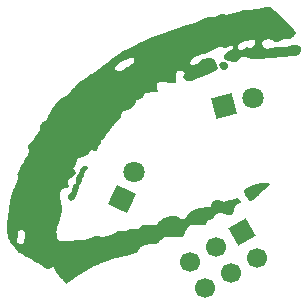
<source format=gbr>
%TF.GenerationSoftware,KiCad,Pcbnew,(6.0.9)*%
%TF.CreationDate,2025-01-09T11:17:18-08:00*%
%TF.ProjectId,CactusCon_2025_CNet_SAO,43616374-7573-4436-9f6e-5f323032355f,rev?*%
%TF.SameCoordinates,Original*%
%TF.FileFunction,Soldermask,Bot*%
%TF.FilePolarity,Negative*%
%FSLAX46Y46*%
G04 Gerber Fmt 4.6, Leading zero omitted, Abs format (unit mm)*
G04 Created by KiCad (PCBNEW (6.0.9)) date 2025-01-09 11:17:18*
%MOMM*%
%LPD*%
G01*
G04 APERTURE LIST*
G04 Aperture macros list*
%AMHorizOval*
0 Thick line with rounded ends*
0 $1 width*
0 $2 $3 position (X,Y) of the first rounded end (center of the circle)*
0 $4 $5 position (X,Y) of the second rounded end (center of the circle)*
0 Add line between two ends*
20,1,$1,$2,$3,$4,$5,0*
0 Add two circle primitives to create the rounded ends*
1,1,$1,$2,$3*
1,1,$1,$4,$5*%
%AMRotRect*
0 Rectangle, with rotation*
0 The origin of the aperture is its center*
0 $1 length*
0 $2 width*
0 $3 Rotation angle, in degrees counterclockwise*
0 Add horizontal line*
21,1,$1,$2,0,0,$3*%
G04 Aperture macros list end*
%ADD10RotRect,1.700000X1.700000X120.000000*%
%ADD11HorizOval,1.700000X0.000000X0.000000X0.000000X0.000000X0*%
%ADD12RotRect,1.800000X1.800000X65.000000*%
%ADD13C,1.800000*%
%ADD14RotRect,1.800000X1.800000X15.000000*%
G04 APERTURE END LIST*
%TO.C,G\u002A\u002A\u002A*%
G36*
X137682900Y-107918506D02*
G01*
X137640593Y-107855464D01*
X137621458Y-107828012D01*
X137619965Y-107826276D01*
X137618578Y-107824731D01*
X137616093Y-107821987D01*
X137614982Y-107820673D01*
X137613950Y-107819321D01*
X137612989Y-107817875D01*
X137612093Y-107816277D01*
X137611254Y-107814471D01*
X137610467Y-107812398D01*
X137609724Y-107810002D01*
X137609018Y-107807226D01*
X137608342Y-107804013D01*
X137607690Y-107800305D01*
X137607055Y-107796045D01*
X137606430Y-107791176D01*
X137605808Y-107785642D01*
X137605182Y-107779384D01*
X137604545Y-107772346D01*
X137603890Y-107764470D01*
X137602502Y-107745979D01*
X137600960Y-107723451D01*
X137599212Y-107696431D01*
X137597201Y-107664462D01*
X137592173Y-107583845D01*
X137586724Y-107469624D01*
X137582796Y-107330780D01*
X137579522Y-107013736D01*
X137582395Y-106701747D01*
X137586150Y-106569220D01*
X137591459Y-106463844D01*
X137606880Y-106269428D01*
X137626644Y-106072468D01*
X137650533Y-105874946D01*
X137678327Y-105678844D01*
X137694032Y-105571057D01*
X137711447Y-105443905D01*
X137728453Y-105313263D01*
X137742930Y-105195009D01*
X137766734Y-104997491D01*
X137788390Y-104833560D01*
X137809487Y-104695412D01*
X137831616Y-104575241D01*
X137856367Y-104465243D01*
X137885328Y-104357613D01*
X137920090Y-104244547D01*
X137962241Y-104118238D01*
X138003284Y-104001226D01*
X138046658Y-103883327D01*
X138092570Y-103764041D01*
X138141223Y-103642865D01*
X138192824Y-103519299D01*
X138247578Y-103392842D01*
X138305689Y-103262993D01*
X138367363Y-103129251D01*
X138402042Y-103053654D01*
X138432659Y-102984276D01*
X138455898Y-102928807D01*
X138463714Y-102908691D01*
X138468442Y-102894935D01*
X138471913Y-102882279D01*
X138474888Y-102869353D01*
X138477365Y-102856146D01*
X138479346Y-102842647D01*
X138480829Y-102828845D01*
X138481815Y-102814728D01*
X138482303Y-102800287D01*
X138482294Y-102785508D01*
X138481786Y-102770383D01*
X138480780Y-102754898D01*
X138479276Y-102739045D01*
X138477273Y-102722810D01*
X138474772Y-102706183D01*
X138471771Y-102689154D01*
X138468271Y-102671711D01*
X138464272Y-102653843D01*
X138457191Y-102622839D01*
X138451181Y-102594350D01*
X138446270Y-102568024D01*
X138442484Y-102543506D01*
X138439852Y-102520443D01*
X138438401Y-102498482D01*
X138438160Y-102477268D01*
X138439155Y-102456449D01*
X138441414Y-102435672D01*
X138444965Y-102414581D01*
X138449836Y-102392825D01*
X138456055Y-102370049D01*
X138463648Y-102345899D01*
X138472644Y-102320024D01*
X138483070Y-102292068D01*
X138494954Y-102261678D01*
X138527314Y-102184044D01*
X138565539Y-102100345D01*
X138612620Y-102004992D01*
X138671549Y-101892393D01*
X138745317Y-101756957D01*
X138836914Y-101593093D01*
X138949332Y-101395211D01*
X139085562Y-101157718D01*
X139159938Y-101027336D01*
X139232223Y-100898632D01*
X139294154Y-100786442D01*
X139337464Y-100705600D01*
X139367278Y-100647126D01*
X139379208Y-100622259D01*
X139389234Y-100599611D01*
X139397415Y-100578657D01*
X139403812Y-100558875D01*
X139406360Y-100549261D01*
X139408485Y-100539744D01*
X139410193Y-100530259D01*
X139411493Y-100520740D01*
X139412392Y-100511122D01*
X139412897Y-100501341D01*
X139413016Y-100491330D01*
X139412756Y-100481025D01*
X139411131Y-100459268D01*
X139408082Y-100435549D01*
X139403668Y-100409346D01*
X139397950Y-100380134D01*
X139382842Y-100310600D01*
X139364548Y-100224672D01*
X139357624Y-100187894D01*
X139352218Y-100154812D01*
X139348359Y-100125103D01*
X139346074Y-100098445D01*
X139345392Y-100074516D01*
X139346341Y-100052995D01*
X139348948Y-100033558D01*
X139353242Y-100015885D01*
X139359250Y-99999653D01*
X139367000Y-99984540D01*
X139376521Y-99970225D01*
X139387840Y-99956385D01*
X139400985Y-99942698D01*
X139415985Y-99928842D01*
X139462730Y-99887071D01*
X139506393Y-99846838D01*
X139547148Y-99807920D01*
X139585173Y-99770091D01*
X139620643Y-99733124D01*
X139653735Y-99696794D01*
X139684625Y-99660876D01*
X139713490Y-99625145D01*
X139740505Y-99589374D01*
X139765848Y-99553337D01*
X139789693Y-99516811D01*
X139812218Y-99479568D01*
X139833600Y-99441383D01*
X139854013Y-99402031D01*
X139873635Y-99361285D01*
X139892641Y-99318922D01*
X139901847Y-99298178D01*
X139911015Y-99278603D01*
X139920334Y-99259944D01*
X139929995Y-99241946D01*
X139940184Y-99224355D01*
X139951092Y-99206920D01*
X139962908Y-99189385D01*
X139975820Y-99171497D01*
X139990017Y-99153004D01*
X140005688Y-99133650D01*
X140023023Y-99113183D01*
X140042210Y-99091349D01*
X140063437Y-99067894D01*
X140086895Y-99042565D01*
X140141256Y-98985271D01*
X140174381Y-98950367D01*
X140202481Y-98919864D01*
X140226098Y-98893081D01*
X140245776Y-98869337D01*
X140254307Y-98858391D01*
X140262057Y-98847950D01*
X140269094Y-98837927D01*
X140275484Y-98828239D01*
X140281297Y-98818800D01*
X140286600Y-98809524D01*
X140291461Y-98800327D01*
X140295947Y-98791123D01*
X140305479Y-98770359D01*
X140309344Y-98761404D01*
X140312648Y-98753134D01*
X140315422Y-98745349D01*
X140317695Y-98737850D01*
X140319498Y-98730436D01*
X140320861Y-98722907D01*
X140321815Y-98715065D01*
X140322388Y-98706708D01*
X140322611Y-98697638D01*
X140322514Y-98687654D01*
X140322128Y-98676557D01*
X140321483Y-98664147D01*
X140319533Y-98634587D01*
X140317916Y-98601634D01*
X140317725Y-98569115D01*
X140318959Y-98537038D01*
X140321616Y-98505407D01*
X140325693Y-98474231D01*
X140331189Y-98443517D01*
X140338102Y-98413269D01*
X140346429Y-98383496D01*
X140356169Y-98354205D01*
X140367319Y-98325401D01*
X140379877Y-98297091D01*
X140393842Y-98269282D01*
X140409211Y-98241982D01*
X140425982Y-98215196D01*
X140444153Y-98188931D01*
X140463723Y-98163193D01*
X140479048Y-98144857D01*
X140495693Y-98126656D01*
X140513516Y-98108686D01*
X140532376Y-98091044D01*
X140552133Y-98073826D01*
X140572647Y-98057130D01*
X140593777Y-98041052D01*
X140615382Y-98025688D01*
X140637322Y-98011135D01*
X140659456Y-97997489D01*
X140681643Y-97984848D01*
X140703743Y-97973308D01*
X140725615Y-97962966D01*
X140747119Y-97953917D01*
X140768114Y-97946260D01*
X140788459Y-97940090D01*
X140792570Y-97938897D01*
X140796687Y-97937542D01*
X140800784Y-97936040D01*
X140804834Y-97934406D01*
X140808811Y-97932656D01*
X140812689Y-97930804D01*
X140816440Y-97928868D01*
X140820038Y-97926861D01*
X140823457Y-97924800D01*
X140826671Y-97922699D01*
X140829652Y-97920574D01*
X140832374Y-97918441D01*
X140834811Y-97916314D01*
X140836936Y-97914210D01*
X140838723Y-97912144D01*
X140840146Y-97910130D01*
X140859927Y-97876998D01*
X140882369Y-97837092D01*
X140907154Y-97791030D01*
X140933967Y-97739430D01*
X140962490Y-97682909D01*
X140992407Y-97622088D01*
X141023402Y-97557583D01*
X141055159Y-97490013D01*
X141148775Y-97292906D01*
X141234285Y-97123845D01*
X141275562Y-97047463D01*
X141316689Y-96975248D01*
X141358288Y-96906254D01*
X141400986Y-96839533D01*
X141445407Y-96774136D01*
X141492177Y-96709117D01*
X141541920Y-96643526D01*
X141595261Y-96576418D01*
X141715238Y-96433853D01*
X141857107Y-96273842D01*
X141890579Y-96237034D01*
X141921487Y-96203802D01*
X141950329Y-96173798D01*
X141977601Y-96146674D01*
X142003800Y-96122081D01*
X142029422Y-96099671D01*
X142054965Y-96079096D01*
X142080924Y-96060008D01*
X142107797Y-96042059D01*
X142136080Y-96024900D01*
X142166269Y-96008183D01*
X142198863Y-95991561D01*
X142234357Y-95974684D01*
X142273247Y-95957205D01*
X142316031Y-95938775D01*
X142363206Y-95919046D01*
X142402262Y-95902578D01*
X142438518Y-95886605D01*
X142472183Y-95870983D01*
X142503464Y-95855565D01*
X142532569Y-95840203D01*
X142559705Y-95824752D01*
X142585079Y-95809065D01*
X142608900Y-95792997D01*
X142631374Y-95776399D01*
X142652710Y-95759126D01*
X142673115Y-95741032D01*
X142692796Y-95721970D01*
X142711960Y-95701793D01*
X142730817Y-95680356D01*
X142749572Y-95657511D01*
X142768434Y-95633113D01*
X142862806Y-95512284D01*
X142964086Y-95391221D01*
X143071713Y-95270394D01*
X143185128Y-95150271D01*
X143303772Y-95031322D01*
X143427085Y-94914015D01*
X143554509Y-94798820D01*
X143685484Y-94686205D01*
X143819451Y-94576640D01*
X143955849Y-94470593D01*
X144094121Y-94368534D01*
X144233707Y-94270931D01*
X144374048Y-94178254D01*
X144514583Y-94090972D01*
X144654755Y-94009553D01*
X144794003Y-93934467D01*
X144836372Y-93912147D01*
X144855263Y-93901803D01*
X144873034Y-93891716D01*
X144889991Y-93881673D01*
X144906440Y-93871458D01*
X144922686Y-93860856D01*
X144939036Y-93849654D01*
X144955797Y-93837636D01*
X144973274Y-93824587D01*
X144991773Y-93810293D01*
X145011601Y-93794540D01*
X145056466Y-93757795D01*
X145110319Y-93712635D01*
X145324105Y-93534633D01*
X145357825Y-93507326D01*
X146708484Y-93507326D01*
X146709131Y-93517744D01*
X146710472Y-93527734D01*
X146712513Y-93537334D01*
X146715261Y-93546586D01*
X146718723Y-93555528D01*
X146722906Y-93564202D01*
X146727817Y-93572647D01*
X146733462Y-93580902D01*
X146739848Y-93589008D01*
X146746983Y-93597006D01*
X146756295Y-93606419D01*
X146766081Y-93615442D01*
X146776324Y-93624074D01*
X146787011Y-93632311D01*
X146798125Y-93640148D01*
X146809651Y-93647585D01*
X146833880Y-93661241D01*
X146859576Y-93673253D01*
X146886618Y-93683598D01*
X146914882Y-93692250D01*
X146944247Y-93699184D01*
X146974592Y-93704377D01*
X147005794Y-93707802D01*
X147037732Y-93709436D01*
X147070284Y-93709253D01*
X147103327Y-93707229D01*
X147136741Y-93703339D01*
X147170403Y-93697558D01*
X147204191Y-93689862D01*
X147204109Y-93689860D01*
X147231352Y-93682415D01*
X147258118Y-93674155D01*
X147284447Y-93665055D01*
X147310378Y-93655094D01*
X147335952Y-93644248D01*
X147361207Y-93632495D01*
X147386185Y-93619811D01*
X147410924Y-93606175D01*
X147435465Y-93591562D01*
X147459848Y-93575951D01*
X147484112Y-93559318D01*
X147508297Y-93541640D01*
X147532443Y-93522895D01*
X147556590Y-93503060D01*
X147580778Y-93482112D01*
X147605047Y-93460028D01*
X147627245Y-93439738D01*
X147637246Y-93430983D01*
X147646722Y-93423028D01*
X147655831Y-93415777D01*
X147664727Y-93409136D01*
X147673567Y-93403007D01*
X147682507Y-93397297D01*
X147691702Y-93391910D01*
X147701308Y-93386749D01*
X147711482Y-93381721D01*
X147722379Y-93376729D01*
X147734155Y-93371678D01*
X147746967Y-93366472D01*
X147776318Y-93355216D01*
X147826951Y-93335815D01*
X147849149Y-93326850D01*
X147869552Y-93318210D01*
X147888370Y-93309772D01*
X147905815Y-93301413D01*
X147922099Y-93293010D01*
X147937433Y-93284439D01*
X147952029Y-93275577D01*
X147966099Y-93266301D01*
X147979854Y-93256487D01*
X147993507Y-93246013D01*
X148007267Y-93234755D01*
X148021348Y-93222590D01*
X148051318Y-93195044D01*
X148068805Y-93179113D01*
X148089064Y-93161743D01*
X148111370Y-93143493D01*
X148134997Y-93124922D01*
X148159220Y-93106591D01*
X148183314Y-93089058D01*
X148206552Y-93072884D01*
X148228209Y-93058627D01*
X148331338Y-92992989D01*
X148331482Y-92992806D01*
X148331597Y-92992473D01*
X148331741Y-92991373D01*
X148331774Y-92989721D01*
X148331699Y-92987547D01*
X148331520Y-92984883D01*
X148331241Y-92981760D01*
X148330400Y-92974261D01*
X148329208Y-92965300D01*
X148327695Y-92955127D01*
X148325895Y-92943990D01*
X148323838Y-92932140D01*
X148322424Y-92923804D01*
X148321220Y-92915514D01*
X148320228Y-92907201D01*
X148319449Y-92898798D01*
X148318885Y-92890235D01*
X148318538Y-92881443D01*
X148318409Y-92872356D01*
X148318500Y-92862903D01*
X148318813Y-92853016D01*
X148319349Y-92842627D01*
X148320109Y-92831667D01*
X148321096Y-92820067D01*
X148323754Y-92794675D01*
X148327338Y-92765903D01*
X148331371Y-92733547D01*
X148334319Y-92704970D01*
X148335975Y-92679968D01*
X148336253Y-92668744D01*
X148336130Y-92658338D01*
X148335580Y-92648724D01*
X148334576Y-92639876D01*
X148333093Y-92631769D01*
X148331104Y-92624378D01*
X148328584Y-92617676D01*
X148325507Y-92611639D01*
X148321846Y-92606242D01*
X148317575Y-92601458D01*
X148312669Y-92597262D01*
X148307101Y-92593629D01*
X148300846Y-92590533D01*
X148293877Y-92587948D01*
X148286168Y-92585850D01*
X148277694Y-92584213D01*
X148268427Y-92583011D01*
X148258343Y-92582219D01*
X148235618Y-92581762D01*
X148209308Y-92582639D01*
X148179207Y-92584646D01*
X148145105Y-92587578D01*
X148087156Y-92593495D01*
X148061309Y-92596682D01*
X148037179Y-92600125D01*
X148014491Y-92603900D01*
X147992967Y-92608086D01*
X147972334Y-92612758D01*
X147952314Y-92617995D01*
X147932632Y-92623874D01*
X147913013Y-92630472D01*
X147893179Y-92637866D01*
X147872856Y-92646134D01*
X147851768Y-92655352D01*
X147829638Y-92665598D01*
X147781152Y-92689483D01*
X147755728Y-92701947D01*
X147728345Y-92714599D01*
X147699865Y-92727089D01*
X147671148Y-92739067D01*
X147643057Y-92750183D01*
X147616453Y-92760086D01*
X147592198Y-92768427D01*
X147571152Y-92774855D01*
X147523797Y-92789522D01*
X147474234Y-92807548D01*
X147422955Y-92828626D01*
X147370456Y-92852449D01*
X147317228Y-92878707D01*
X147263765Y-92907095D01*
X147210561Y-92937304D01*
X147158110Y-92969025D01*
X147106904Y-93001952D01*
X147057437Y-93035777D01*
X147010203Y-93070192D01*
X146965695Y-93104889D01*
X146924406Y-93139561D01*
X146886830Y-93173899D01*
X146853461Y-93207596D01*
X146824791Y-93240345D01*
X146813723Y-93254149D01*
X146803421Y-93267408D01*
X146793846Y-93280190D01*
X146784962Y-93292562D01*
X146776731Y-93304592D01*
X146769117Y-93316346D01*
X146762083Y-93327893D01*
X146755592Y-93339299D01*
X146749607Y-93350633D01*
X146744091Y-93361960D01*
X146739007Y-93373349D01*
X146734318Y-93384868D01*
X146729987Y-93396582D01*
X146725977Y-93408561D01*
X146722252Y-93420870D01*
X146718774Y-93433578D01*
X146715405Y-93447407D01*
X146712690Y-93460568D01*
X146710633Y-93473101D01*
X146709241Y-93485045D01*
X146708523Y-93496440D01*
X146708484Y-93507326D01*
X145357825Y-93507326D01*
X145542499Y-93357777D01*
X145767565Y-93180505D01*
X146001366Y-93001256D01*
X146245965Y-92818468D01*
X146503427Y-92630580D01*
X146775816Y-92436029D01*
X147065194Y-92233253D01*
X147318208Y-92057486D01*
X147803208Y-91815324D01*
X148268660Y-91587070D01*
X148729786Y-91369404D01*
X149189308Y-91161172D01*
X149649951Y-90961216D01*
X150114439Y-90768381D01*
X150585495Y-90581509D01*
X151065844Y-90399444D01*
X151558208Y-90221030D01*
X151794567Y-90138537D01*
X152024552Y-90061890D01*
X152299922Y-89974265D01*
X152672437Y-89858835D01*
X153116280Y-89720747D01*
X153445896Y-89614665D01*
X153677724Y-89535153D01*
X153762106Y-89503662D01*
X153828207Y-89476776D01*
X153845738Y-89468818D01*
X153868800Y-89457708D01*
X153896410Y-89443954D01*
X153927581Y-89428062D01*
X153996675Y-89391890D01*
X154068206Y-89353246D01*
X154178669Y-89293660D01*
X154226619Y-89269073D01*
X154270869Y-89247658D01*
X154312288Y-89229191D01*
X154351741Y-89213447D01*
X154390095Y-89200203D01*
X154428217Y-89189234D01*
X154466973Y-89180317D01*
X154507230Y-89173226D01*
X154549854Y-89167738D01*
X154595713Y-89163628D01*
X154645673Y-89160673D01*
X154700601Y-89158648D01*
X154828825Y-89156491D01*
X155109443Y-89153842D01*
X155188823Y-89110929D01*
X155255169Y-89075641D01*
X155317559Y-89043632D01*
X155375699Y-89015033D01*
X155429298Y-88989978D01*
X155478064Y-88968599D01*
X155521705Y-88951028D01*
X155559928Y-88937398D01*
X155592441Y-88927842D01*
X155610122Y-88923702D01*
X155628252Y-88920127D01*
X155646912Y-88917117D01*
X155666188Y-88914672D01*
X155686161Y-88912792D01*
X155706914Y-88911477D01*
X155728531Y-88910729D01*
X155751095Y-88910548D01*
X155774688Y-88910933D01*
X155799394Y-88911885D01*
X155825296Y-88913405D01*
X155852477Y-88915493D01*
X155881019Y-88918150D01*
X155911006Y-88921375D01*
X155975647Y-88929532D01*
X156073087Y-88942871D01*
X156420646Y-88865765D01*
X156731580Y-88798204D01*
X156991085Y-88744049D01*
X157068967Y-88728180D01*
X157131454Y-88714540D01*
X157181752Y-88702051D01*
X157203332Y-88695901D01*
X157223066Y-88689635D01*
X157241356Y-88683118D01*
X157258603Y-88676216D01*
X157275207Y-88668792D01*
X157291569Y-88660714D01*
X157308089Y-88651846D01*
X157325169Y-88642052D01*
X157362610Y-88619153D01*
X157376273Y-88610785D01*
X157390424Y-88602500D01*
X157404653Y-88594513D01*
X157418549Y-88587040D01*
X157431703Y-88580296D01*
X157443705Y-88574498D01*
X157454144Y-88569861D01*
X157462610Y-88566599D01*
X157468352Y-88565062D01*
X157476289Y-88563626D01*
X157486474Y-88562288D01*
X157498962Y-88561047D01*
X157531065Y-88558848D01*
X157573030Y-88557014D01*
X157625293Y-88555529D01*
X157688287Y-88554379D01*
X157762446Y-88553548D01*
X157848205Y-88553020D01*
X158198206Y-88551570D01*
X158423206Y-88504785D01*
X158589281Y-88471355D01*
X158762773Y-88438474D01*
X159116721Y-88376872D01*
X159454469Y-88324995D01*
X159607711Y-88304272D01*
X159745435Y-88287862D01*
X159852667Y-88276159D01*
X160000000Y-88400000D01*
X160245887Y-88611576D01*
X160489279Y-88830789D01*
X160729622Y-89057084D01*
X160966368Y-89289908D01*
X161198963Y-89528706D01*
X161426857Y-89772925D01*
X161649500Y-90022011D01*
X161866338Y-90275410D01*
X161913329Y-90331759D01*
X161932140Y-90354854D01*
X161948036Y-90375132D01*
X161961172Y-90393017D01*
X161971706Y-90408937D01*
X161976045Y-90416292D01*
X161979791Y-90423316D01*
X161982965Y-90430062D01*
X161985585Y-90436582D01*
X161987671Y-90442930D01*
X161989243Y-90449160D01*
X161990319Y-90455324D01*
X161990920Y-90461476D01*
X161991065Y-90467669D01*
X161990773Y-90473957D01*
X161990064Y-90480392D01*
X161988958Y-90487027D01*
X161985629Y-90501115D01*
X161980944Y-90516644D01*
X161968126Y-90553734D01*
X161960531Y-90573994D01*
X161952134Y-90594005D01*
X161942949Y-90613756D01*
X161932989Y-90633237D01*
X161922266Y-90652438D01*
X161910794Y-90671348D01*
X161885651Y-90708251D01*
X161857665Y-90743865D01*
X161826936Y-90778103D01*
X161793569Y-90810882D01*
X161757665Y-90842118D01*
X161719328Y-90871726D01*
X161678661Y-90899621D01*
X161635766Y-90925721D01*
X161590747Y-90949940D01*
X161543705Y-90972195D01*
X161494745Y-90992400D01*
X161443968Y-91010472D01*
X161391477Y-91026326D01*
X161374185Y-91030291D01*
X161353109Y-91033790D01*
X161328862Y-91036818D01*
X161302058Y-91039368D01*
X161243239Y-91043009D01*
X161181563Y-91044662D01*
X161121945Y-91044275D01*
X161069296Y-91041798D01*
X161047121Y-91039759D01*
X161028531Y-91037179D01*
X161014140Y-91034050D01*
X161004562Y-91030366D01*
X161000410Y-91028157D01*
X160996166Y-91026205D01*
X160991821Y-91024513D01*
X160987368Y-91023084D01*
X160982800Y-91021919D01*
X160978109Y-91021022D01*
X160973287Y-91020393D01*
X160968327Y-91020037D01*
X160963222Y-91019956D01*
X160957962Y-91020151D01*
X160952542Y-91020625D01*
X160946953Y-91021382D01*
X160941189Y-91022422D01*
X160935240Y-91023749D01*
X160929100Y-91025364D01*
X160922761Y-91027271D01*
X160916215Y-91029472D01*
X160909455Y-91031969D01*
X160895263Y-91037862D01*
X160880123Y-91044968D01*
X160863975Y-91053307D01*
X160846757Y-91062899D01*
X160828410Y-91073763D01*
X160808871Y-91085919D01*
X160788082Y-91099385D01*
X160752231Y-91122671D01*
X160718502Y-91143838D01*
X160686715Y-91162953D01*
X160656689Y-91180083D01*
X160628245Y-91195295D01*
X160601202Y-91208656D01*
X160575381Y-91220232D01*
X160550600Y-91230091D01*
X160526680Y-91238299D01*
X160503440Y-91244923D01*
X160480701Y-91250030D01*
X160458282Y-91253687D01*
X160436004Y-91255960D01*
X160413685Y-91256917D01*
X160391145Y-91256624D01*
X160368206Y-91255148D01*
X160348481Y-91253145D01*
X160329212Y-91250641D01*
X160310326Y-91247611D01*
X160291751Y-91244028D01*
X160273413Y-91239866D01*
X160255240Y-91235100D01*
X160237159Y-91229705D01*
X160219096Y-91223654D01*
X160200979Y-91216921D01*
X160182736Y-91209482D01*
X160164292Y-91201309D01*
X160145576Y-91192378D01*
X160126514Y-91182663D01*
X160107034Y-91172137D01*
X160087062Y-91160776D01*
X160066526Y-91148553D01*
X160051156Y-91139761D01*
X160031999Y-91129684D01*
X160009820Y-91118679D01*
X159985382Y-91107098D01*
X159959448Y-91095298D01*
X159932783Y-91083632D01*
X159906150Y-91072455D01*
X159880314Y-91062121D01*
X159843294Y-91047922D01*
X159812831Y-91036831D01*
X159799559Y-91032333D01*
X159787326Y-91028470D01*
X159775933Y-91025195D01*
X159765180Y-91022462D01*
X159754866Y-91020222D01*
X159744793Y-91018429D01*
X159734761Y-91017036D01*
X159724568Y-91015994D01*
X159714016Y-91015258D01*
X159702905Y-91014780D01*
X159678205Y-91014408D01*
X159653864Y-91014598D01*
X159643079Y-91014947D01*
X159633002Y-91015513D01*
X159623469Y-91016333D01*
X159614319Y-91017443D01*
X159605391Y-91018880D01*
X159596520Y-91020680D01*
X159587547Y-91022879D01*
X159578307Y-91025513D01*
X159568639Y-91028619D01*
X159558382Y-91032233D01*
X159547371Y-91036392D01*
X159535447Y-91041132D01*
X159508205Y-91052498D01*
X159426891Y-91086664D01*
X159357774Y-91115001D01*
X159335621Y-91124560D01*
X159314853Y-91134957D01*
X159295462Y-91146200D01*
X159286282Y-91152142D01*
X159277442Y-91158300D01*
X159268944Y-91164674D01*
X159260785Y-91171266D01*
X159252965Y-91178077D01*
X159245483Y-91185109D01*
X159238339Y-91192363D01*
X159231530Y-91199839D01*
X159225056Y-91207540D01*
X159218917Y-91215466D01*
X159213110Y-91223619D01*
X159207637Y-91231999D01*
X159202494Y-91240609D01*
X159197682Y-91249450D01*
X159193200Y-91258522D01*
X159189046Y-91267827D01*
X159185220Y-91277366D01*
X159181721Y-91287141D01*
X159178548Y-91297152D01*
X159175699Y-91307401D01*
X159170974Y-91328619D01*
X159167536Y-91350803D01*
X159165380Y-91373964D01*
X159164740Y-91404859D01*
X159166649Y-91436289D01*
X159170972Y-91467999D01*
X159177573Y-91499733D01*
X159186318Y-91531237D01*
X159197072Y-91562254D01*
X159209698Y-91592530D01*
X159224062Y-91621808D01*
X159240030Y-91649835D01*
X159257465Y-91676353D01*
X159276232Y-91701109D01*
X159296197Y-91723847D01*
X159317224Y-91744311D01*
X159339179Y-91762246D01*
X159361925Y-91777397D01*
X159373553Y-91783848D01*
X159385328Y-91789508D01*
X159393345Y-91792955D01*
X159401185Y-91796084D01*
X159408965Y-91798913D01*
X159416803Y-91801460D01*
X159424816Y-91803745D01*
X159433123Y-91805785D01*
X159441842Y-91807600D01*
X159451089Y-91809209D01*
X159460982Y-91810629D01*
X159471640Y-91811879D01*
X159483179Y-91812978D01*
X159495719Y-91813945D01*
X159509375Y-91814799D01*
X159524267Y-91815557D01*
X159558225Y-91816862D01*
X159607641Y-91817739D01*
X159631173Y-91817487D01*
X159654450Y-91816697D01*
X159677868Y-91815312D01*
X159701825Y-91813275D01*
X159726715Y-91810528D01*
X159752937Y-91807014D01*
X159780886Y-91802675D01*
X159810959Y-91797454D01*
X159879063Y-91784135D01*
X159960421Y-91766597D01*
X160058204Y-91744380D01*
X160146711Y-91724339D01*
X160220738Y-91708829D01*
X160285475Y-91697278D01*
X160315981Y-91692808D01*
X160346110Y-91689111D01*
X160376512Y-91686118D01*
X160407834Y-91683755D01*
X160475835Y-91680637D01*
X160555303Y-91679182D01*
X160651428Y-91678818D01*
X160795627Y-91677835D01*
X160920327Y-91674534D01*
X161030299Y-91668345D01*
X161130316Y-91658696D01*
X161178083Y-91652396D01*
X161225151Y-91645016D01*
X161319574Y-91626733D01*
X161418358Y-91603277D01*
X161526275Y-91574074D01*
X161615393Y-91550527D01*
X161700243Y-91531502D01*
X161780811Y-91516995D01*
X161857081Y-91507004D01*
X161929039Y-91501527D01*
X161996670Y-91500560D01*
X162059959Y-91504101D01*
X162118891Y-91512147D01*
X162173452Y-91524696D01*
X162223627Y-91541745D01*
X162269401Y-91563291D01*
X162310759Y-91589332D01*
X162347686Y-91619864D01*
X162380169Y-91654886D01*
X162408191Y-91694394D01*
X162431738Y-91738386D01*
X162437550Y-91752450D01*
X162442670Y-91767812D01*
X162447092Y-91784311D01*
X162450813Y-91801785D01*
X162453828Y-91820072D01*
X162456133Y-91839012D01*
X162457725Y-91858444D01*
X162458599Y-91878206D01*
X162458750Y-91898137D01*
X162458175Y-91918076D01*
X162456870Y-91937861D01*
X162454829Y-91957332D01*
X162452050Y-91976326D01*
X162448528Y-91994684D01*
X162444258Y-92012243D01*
X162439237Y-92028842D01*
X162428216Y-92059050D01*
X162415662Y-92088703D01*
X162401636Y-92117731D01*
X162386199Y-92146063D01*
X162369413Y-92173627D01*
X162351338Y-92200354D01*
X162332036Y-92226171D01*
X162311568Y-92251010D01*
X162289996Y-92274797D01*
X162267380Y-92297464D01*
X162243782Y-92318938D01*
X162219264Y-92339149D01*
X162193885Y-92358027D01*
X162167709Y-92375500D01*
X162140795Y-92391498D01*
X162113205Y-92405949D01*
X162028206Y-92447538D01*
X161828205Y-92453498D01*
X161740650Y-92456681D01*
X161652261Y-92461048D01*
X161562586Y-92466638D01*
X161471171Y-92473486D01*
X161377561Y-92481630D01*
X161281303Y-92491107D01*
X161181943Y-92501953D01*
X161079029Y-92514206D01*
X160857644Y-92540022D01*
X160760876Y-92549800D01*
X160668623Y-92557874D01*
X160577306Y-92564530D01*
X160483349Y-92570056D01*
X160273204Y-92578867D01*
X160038866Y-92588031D01*
X159937136Y-92593565D01*
X159833208Y-92600674D01*
X159717718Y-92610060D01*
X159581298Y-92622429D01*
X159208204Y-92658930D01*
X158775594Y-92701509D01*
X158536804Y-92722012D01*
X158467494Y-92725492D01*
X158419523Y-92725263D01*
X158383851Y-92721926D01*
X158351440Y-92716086D01*
X158333337Y-92711837D01*
X158310918Y-92705667D01*
X158285068Y-92697869D01*
X158256673Y-92688736D01*
X158226621Y-92678561D01*
X158195797Y-92667637D01*
X158165087Y-92656255D01*
X158135378Y-92644709D01*
X158049732Y-92611468D01*
X157973855Y-92584139D01*
X157905890Y-92562270D01*
X157874295Y-92553242D01*
X157843982Y-92545409D01*
X157814720Y-92538714D01*
X157786276Y-92533102D01*
X157758420Y-92528516D01*
X157730918Y-92524899D01*
X157703540Y-92522194D01*
X157676052Y-92520345D01*
X157648224Y-92519296D01*
X157619823Y-92518990D01*
X157577336Y-92520074D01*
X157536675Y-92523226D01*
X157497730Y-92528510D01*
X157460393Y-92535988D01*
X157424555Y-92545724D01*
X157390107Y-92557779D01*
X157356939Y-92572217D01*
X157324944Y-92589101D01*
X157294011Y-92608493D01*
X157264033Y-92630456D01*
X157234900Y-92655053D01*
X157206504Y-92682347D01*
X157178735Y-92712400D01*
X157151484Y-92745275D01*
X157124643Y-92781036D01*
X157098102Y-92819744D01*
X157083720Y-92841544D01*
X157070833Y-92860614D01*
X157059033Y-92877123D01*
X157053414Y-92884470D01*
X157047915Y-92891240D01*
X157042486Y-92897454D01*
X157037074Y-92903133D01*
X157031630Y-92908299D01*
X157026104Y-92912973D01*
X157020443Y-92917175D01*
X157014597Y-92920927D01*
X157008516Y-92924250D01*
X157002149Y-92927165D01*
X156995445Y-92929694D01*
X156988354Y-92931857D01*
X156980824Y-92933675D01*
X156972805Y-92935170D01*
X156964246Y-92936363D01*
X156955097Y-92937275D01*
X156945307Y-92937927D01*
X156934824Y-92938340D01*
X156911579Y-92938535D01*
X156884958Y-92938028D01*
X156819959Y-92935585D01*
X156732653Y-92930639D01*
X156648435Y-92923219D01*
X156567491Y-92913392D01*
X156490006Y-92901226D01*
X156416164Y-92886790D01*
X156346151Y-92870149D01*
X156280152Y-92851374D01*
X156218352Y-92830531D01*
X156160936Y-92807688D01*
X156108089Y-92782912D01*
X156059996Y-92756273D01*
X156016842Y-92727837D01*
X155978813Y-92697673D01*
X155946092Y-92665848D01*
X155918866Y-92632430D01*
X155897319Y-92597486D01*
X155892147Y-92586467D01*
X155887807Y-92574845D01*
X155884294Y-92562680D01*
X155881605Y-92550034D01*
X155879735Y-92536964D01*
X155878680Y-92523532D01*
X155878437Y-92509798D01*
X155879001Y-92495821D01*
X155880367Y-92481661D01*
X155882533Y-92467379D01*
X155885494Y-92453034D01*
X155889246Y-92438687D01*
X155893784Y-92424397D01*
X155899105Y-92410224D01*
X155905205Y-92396229D01*
X155912079Y-92382471D01*
X155920312Y-92367864D01*
X155929494Y-92353152D01*
X155939609Y-92338345D01*
X155950642Y-92323452D01*
X155975407Y-92293455D01*
X156003670Y-92263243D01*
X156035316Y-92232899D01*
X156070227Y-92202506D01*
X156108286Y-92172147D01*
X156149377Y-92141903D01*
X156193382Y-92111859D01*
X156240185Y-92082097D01*
X156289669Y-92052700D01*
X156341716Y-92023751D01*
X156396211Y-91995332D01*
X156453035Y-91967527D01*
X156512072Y-91940418D01*
X156573206Y-91914087D01*
X156586820Y-91908117D01*
X156600599Y-91901530D01*
X156614163Y-91894543D01*
X156627135Y-91887374D01*
X156639136Y-91880240D01*
X156649787Y-91873357D01*
X156654488Y-91870077D01*
X156658709Y-91866942D01*
X156662404Y-91863977D01*
X156665525Y-91861211D01*
X156672897Y-91853755D01*
X156679797Y-91845760D01*
X156686210Y-91837269D01*
X156692121Y-91828328D01*
X156697515Y-91818981D01*
X156702377Y-91809273D01*
X156706693Y-91799250D01*
X156710447Y-91788955D01*
X156713624Y-91778433D01*
X156716210Y-91767729D01*
X156718190Y-91756888D01*
X156719549Y-91745954D01*
X156720272Y-91734972D01*
X156720344Y-91723988D01*
X156719750Y-91713045D01*
X156719014Y-91706781D01*
X157112345Y-91706781D01*
X157112636Y-91723155D01*
X157113797Y-91738906D01*
X157115838Y-91753894D01*
X157118765Y-91767982D01*
X157122588Y-91781034D01*
X157127314Y-91792910D01*
X157132951Y-91803475D01*
X157138199Y-91811382D01*
X157144327Y-91819586D01*
X157151260Y-91828020D01*
X157158921Y-91836620D01*
X157167232Y-91845319D01*
X157176118Y-91854052D01*
X157185501Y-91862753D01*
X157195305Y-91871357D01*
X157205452Y-91879798D01*
X157215867Y-91888011D01*
X157226473Y-91895930D01*
X157237192Y-91903490D01*
X157247948Y-91910624D01*
X157258664Y-91917268D01*
X157269264Y-91923356D01*
X157279670Y-91928823D01*
X157288819Y-91932962D01*
X157298630Y-91936601D01*
X157309029Y-91939738D01*
X157319938Y-91942371D01*
X157331283Y-91944497D01*
X157342987Y-91946114D01*
X157354975Y-91947221D01*
X157367170Y-91947816D01*
X157379498Y-91947895D01*
X157391883Y-91947458D01*
X157404247Y-91946501D01*
X157416517Y-91945024D01*
X157428615Y-91943024D01*
X157440466Y-91940498D01*
X157451995Y-91937445D01*
X157463125Y-91933863D01*
X157463155Y-91933862D01*
X157475402Y-91929105D01*
X157488265Y-91923267D01*
X157501705Y-91916378D01*
X157515685Y-91908467D01*
X157530164Y-91899565D01*
X157545105Y-91889701D01*
X157560468Y-91878905D01*
X157576215Y-91867205D01*
X157592307Y-91854632D01*
X157608704Y-91841215D01*
X157625369Y-91826984D01*
X157642262Y-91811969D01*
X157659345Y-91796198D01*
X157676578Y-91779702D01*
X157693923Y-91762510D01*
X157711342Y-91744652D01*
X157794471Y-91657996D01*
X157951341Y-91707647D01*
X158076337Y-91746619D01*
X158119442Y-91759331D01*
X158152208Y-91768175D01*
X158176578Y-91773638D01*
X158194495Y-91776206D01*
X158201641Y-91776556D01*
X158207902Y-91776366D01*
X158218742Y-91774604D01*
X158220120Y-91774092D01*
X158221856Y-91773163D01*
X158226363Y-91770096D01*
X158232181Y-91765484D01*
X158239228Y-91759411D01*
X158247422Y-91751958D01*
X158256682Y-91743208D01*
X158278072Y-91722144D01*
X158302742Y-91696877D01*
X158330040Y-91668066D01*
X158359311Y-91636368D01*
X158389900Y-91602441D01*
X158428841Y-91558440D01*
X158460784Y-91521624D01*
X158486231Y-91491339D01*
X158505685Y-91466929D01*
X158519647Y-91447738D01*
X158524726Y-91439895D01*
X158528620Y-91433111D01*
X158531393Y-91427305D01*
X158533107Y-91422393D01*
X158533825Y-91418295D01*
X158533609Y-91414928D01*
X158532403Y-91408057D01*
X158531407Y-91399504D01*
X158530618Y-91389428D01*
X158530033Y-91377990D01*
X158529462Y-91351661D01*
X158529672Y-91321792D01*
X158530635Y-91289659D01*
X158532329Y-91256536D01*
X158534729Y-91223699D01*
X158537809Y-91192424D01*
X158540314Y-91169625D01*
X158541221Y-91160247D01*
X158541873Y-91152073D01*
X158542248Y-91144995D01*
X158542328Y-91138903D01*
X158542092Y-91133691D01*
X158541521Y-91129250D01*
X158540595Y-91125471D01*
X158539294Y-91122246D01*
X158537598Y-91119468D01*
X158535488Y-91117028D01*
X158532944Y-91114818D01*
X158529946Y-91112729D01*
X158526474Y-91110654D01*
X158522508Y-91108484D01*
X158513357Y-91105802D01*
X158497580Y-91103719D01*
X158475939Y-91102210D01*
X158449192Y-91101254D01*
X158383425Y-91100903D01*
X158306357Y-91102479D01*
X158224069Y-91105796D01*
X158142640Y-91110666D01*
X158068150Y-91116903D01*
X158035407Y-91120475D01*
X158006679Y-91124319D01*
X157956239Y-91133130D01*
X157895936Y-91145636D01*
X157829488Y-91160887D01*
X157760613Y-91177930D01*
X157693029Y-91195815D01*
X157630454Y-91213588D01*
X157576606Y-91230299D01*
X157535204Y-91244997D01*
X157502995Y-91258428D01*
X157471246Y-91273127D01*
X157440085Y-91288989D01*
X157409642Y-91305910D01*
X157380047Y-91323789D01*
X157351431Y-91342521D01*
X157323921Y-91362002D01*
X157297649Y-91382130D01*
X157272744Y-91402800D01*
X157249336Y-91423911D01*
X157227554Y-91445357D01*
X157207528Y-91467036D01*
X157189388Y-91488844D01*
X157173264Y-91510678D01*
X157159285Y-91532434D01*
X157147581Y-91554009D01*
X157140398Y-91569813D01*
X157134014Y-91586230D01*
X157128435Y-91603124D01*
X157123671Y-91620356D01*
X157119729Y-91637789D01*
X157116617Y-91655286D01*
X157114344Y-91672708D01*
X157112917Y-91689919D01*
X157112345Y-91706781D01*
X156719014Y-91706781D01*
X156718475Y-91702188D01*
X156716746Y-91692158D01*
X156714516Y-91681744D01*
X156711832Y-91671057D01*
X156708741Y-91660209D01*
X156705292Y-91649311D01*
X156701532Y-91638475D01*
X156697509Y-91627812D01*
X156693269Y-91617435D01*
X156688861Y-91607455D01*
X156684332Y-91597983D01*
X156679730Y-91589131D01*
X156675102Y-91581012D01*
X156670496Y-91573735D01*
X156665960Y-91567414D01*
X156661540Y-91562160D01*
X156657285Y-91558084D01*
X156654052Y-91555655D01*
X156650552Y-91553526D01*
X156646771Y-91551701D01*
X156642694Y-91550186D01*
X156638305Y-91548985D01*
X156633589Y-91548102D01*
X156628530Y-91547542D01*
X156623113Y-91547309D01*
X156617323Y-91547410D01*
X156611144Y-91547847D01*
X156604561Y-91548626D01*
X156597559Y-91549751D01*
X156590122Y-91551227D01*
X156582235Y-91553059D01*
X156573883Y-91555251D01*
X156565049Y-91557807D01*
X156545878Y-91564034D01*
X156524600Y-91571776D01*
X156501091Y-91581069D01*
X156475228Y-91591952D01*
X156446889Y-91604462D01*
X156415951Y-91618634D01*
X156382290Y-91634508D01*
X156345785Y-91652118D01*
X156261451Y-91692823D01*
X156226319Y-91709249D01*
X156195134Y-91723219D01*
X156167342Y-91734854D01*
X156142386Y-91744274D01*
X156119709Y-91751600D01*
X156098756Y-91756954D01*
X156078970Y-91760456D01*
X156059795Y-91762227D01*
X156040676Y-91762388D01*
X156021056Y-91761060D01*
X156000379Y-91758363D01*
X155978089Y-91754420D01*
X155926445Y-91743273D01*
X155891439Y-91735660D01*
X155858692Y-91729415D01*
X155826391Y-91724349D01*
X155792727Y-91720274D01*
X155755886Y-91717001D01*
X155714059Y-91714341D01*
X155665434Y-91712105D01*
X155608200Y-91710105D01*
X155408199Y-91703845D01*
X155313200Y-91759697D01*
X155160607Y-91845624D01*
X154999505Y-91928901D01*
X154829162Y-92009836D01*
X154648846Y-92088737D01*
X154457824Y-92165911D01*
X154255364Y-92241667D01*
X154040733Y-92316312D01*
X153813200Y-92390154D01*
X153720896Y-92419918D01*
X153635903Y-92448737D01*
X153567658Y-92473321D01*
X153542764Y-92482998D01*
X153525596Y-92490382D01*
X153510448Y-92497955D01*
X153494672Y-92506640D01*
X153478320Y-92516399D01*
X153461441Y-92527188D01*
X153444088Y-92538969D01*
X153426310Y-92551701D01*
X153408158Y-92565343D01*
X153389682Y-92579853D01*
X153370934Y-92595193D01*
X153351964Y-92611321D01*
X153332823Y-92628196D01*
X153313561Y-92645778D01*
X153294229Y-92664026D01*
X153274878Y-92682900D01*
X153255558Y-92702359D01*
X153236320Y-92722362D01*
X153198431Y-92763870D01*
X153164647Y-92803971D01*
X153134984Y-92842600D01*
X153109455Y-92879693D01*
X153088076Y-92915186D01*
X153070861Y-92949017D01*
X153063820Y-92965288D01*
X153057825Y-92981120D01*
X153052879Y-92996503D01*
X153048983Y-93011432D01*
X153046138Y-93025896D01*
X153044348Y-93039888D01*
X153043613Y-93053401D01*
X153043936Y-93066426D01*
X153045319Y-93078955D01*
X153047762Y-93090981D01*
X153051269Y-93102495D01*
X153055840Y-93113489D01*
X153061478Y-93123955D01*
X153068185Y-93133886D01*
X153075962Y-93143273D01*
X153084811Y-93152109D01*
X153094734Y-93160385D01*
X153105733Y-93168093D01*
X153117810Y-93175226D01*
X153130966Y-93181775D01*
X153137918Y-93184846D01*
X153144722Y-93187627D01*
X153151456Y-93190130D01*
X153158199Y-93192368D01*
X153165028Y-93194351D01*
X153172022Y-93196093D01*
X153179259Y-93197605D01*
X153186816Y-93198899D01*
X153194773Y-93199988D01*
X153203206Y-93200882D01*
X153212195Y-93201594D01*
X153221817Y-93202137D01*
X153232150Y-93202522D01*
X153243273Y-93202760D01*
X153268200Y-93202848D01*
X153311177Y-93201019D01*
X153355081Y-93196067D01*
X153399722Y-93188087D01*
X153444907Y-93177177D01*
X153490445Y-93163433D01*
X153536145Y-93146953D01*
X153581814Y-93127834D01*
X153627261Y-93106172D01*
X153672295Y-93082064D01*
X153716724Y-93055607D01*
X153760356Y-93026899D01*
X153803001Y-92996035D01*
X153844465Y-92963113D01*
X153884559Y-92928230D01*
X153923089Y-92891483D01*
X153959865Y-92852968D01*
X153980369Y-92830906D01*
X153989973Y-92820951D01*
X153999206Y-92811663D01*
X154008113Y-92803005D01*
X154016741Y-92794938D01*
X154025133Y-92787425D01*
X154033337Y-92780428D01*
X154041396Y-92773910D01*
X154049358Y-92767832D01*
X154057266Y-92762156D01*
X154065167Y-92756846D01*
X154073105Y-92751863D01*
X154081128Y-92747169D01*
X154089279Y-92742727D01*
X154097604Y-92738499D01*
X154125573Y-92725776D01*
X154155891Y-92713867D01*
X154188449Y-92702787D01*
X154223139Y-92692553D01*
X154259851Y-92683180D01*
X154298476Y-92674685D01*
X154338905Y-92667082D01*
X154381029Y-92660389D01*
X154424739Y-92654620D01*
X154469926Y-92649792D01*
X154516481Y-92645920D01*
X154564295Y-92643021D01*
X154613259Y-92641109D01*
X154663264Y-92640202D01*
X154714201Y-92640314D01*
X154765960Y-92641462D01*
X154833383Y-92644227D01*
X154862262Y-92646019D01*
X154888290Y-92648193D01*
X154911746Y-92650831D01*
X154932909Y-92654015D01*
X154952055Y-92657827D01*
X154969465Y-92662349D01*
X154985416Y-92667663D01*
X155000186Y-92673852D01*
X155014054Y-92680998D01*
X155027298Y-92689182D01*
X155040197Y-92698486D01*
X155053028Y-92708994D01*
X155066071Y-92720786D01*
X155079603Y-92733945D01*
X155089952Y-92744588D01*
X155099776Y-92755327D01*
X155109142Y-92766283D01*
X155118118Y-92777575D01*
X155126771Y-92789325D01*
X155135170Y-92801651D01*
X155143383Y-92814676D01*
X155151476Y-92828518D01*
X155159519Y-92843300D01*
X155167579Y-92859140D01*
X155175724Y-92876160D01*
X155184022Y-92894479D01*
X155192540Y-92914219D01*
X155201347Y-92935499D01*
X155210511Y-92958441D01*
X155220098Y-92983164D01*
X155228596Y-93004581D01*
X155239466Y-93030750D01*
X155266529Y-93093281D01*
X155297702Y-93162635D01*
X155329403Y-93230691D01*
X155349344Y-93273257D01*
X155366584Y-93311645D01*
X155381115Y-93346189D01*
X155392927Y-93377226D01*
X155402011Y-93405089D01*
X155408356Y-93430115D01*
X155410500Y-93441669D01*
X155411955Y-93452639D01*
X155412721Y-93463067D01*
X155412798Y-93472996D01*
X155412182Y-93482466D01*
X155410874Y-93491520D01*
X155408873Y-93500201D01*
X155406176Y-93508549D01*
X155402784Y-93516606D01*
X155398694Y-93524416D01*
X155393906Y-93532018D01*
X155388418Y-93539457D01*
X155382230Y-93546772D01*
X155375339Y-93554007D01*
X155359448Y-93568401D01*
X155340736Y-93582976D01*
X155319193Y-93598065D01*
X155277137Y-93625354D01*
X155229786Y-93654144D01*
X155177018Y-93684491D01*
X155118713Y-93716454D01*
X154985009Y-93785453D01*
X154827707Y-93861594D01*
X154645841Y-93945333D01*
X154438445Y-94037126D01*
X154204554Y-94137428D01*
X153943201Y-94246694D01*
X153553956Y-94407144D01*
X153324279Y-94499829D01*
X153253654Y-94526889D01*
X153204174Y-94544363D01*
X153169587Y-94554703D01*
X153143644Y-94560360D01*
X153128013Y-94562607D01*
X153109493Y-94564455D01*
X153088629Y-94565886D01*
X153065963Y-94566881D01*
X153042039Y-94567423D01*
X153017400Y-94567494D01*
X152992590Y-94567075D01*
X152968151Y-94566149D01*
X152917942Y-94562374D01*
X152870231Y-94556132D01*
X152825050Y-94547447D01*
X152782433Y-94536342D01*
X152742414Y-94522841D01*
X152705025Y-94506967D01*
X152670302Y-94488745D01*
X152638276Y-94468199D01*
X152608981Y-94445351D01*
X152595369Y-94433071D01*
X152582452Y-94420226D01*
X152570235Y-94406816D01*
X152558721Y-94392847D01*
X152547915Y-94378319D01*
X152537822Y-94363238D01*
X152528445Y-94347604D01*
X152519788Y-94331422D01*
X152504654Y-94297424D01*
X152492451Y-94261267D01*
X152483215Y-94222975D01*
X152480673Y-94208883D01*
X152478771Y-94195509D01*
X152477542Y-94182727D01*
X152477020Y-94170413D01*
X152477238Y-94158438D01*
X152478228Y-94146678D01*
X152480024Y-94135007D01*
X152482659Y-94123297D01*
X152486166Y-94111424D01*
X152490577Y-94099260D01*
X152495926Y-94086681D01*
X152502246Y-94073559D01*
X152509570Y-94059769D01*
X152517931Y-94045185D01*
X152527361Y-94029680D01*
X152537895Y-94013129D01*
X152546913Y-93998672D01*
X152555336Y-93984143D01*
X152562978Y-93969934D01*
X152569653Y-93956439D01*
X152575177Y-93944049D01*
X152577449Y-93938391D01*
X152579363Y-93933157D01*
X152580897Y-93928395D01*
X152582028Y-93924155D01*
X152582731Y-93920486D01*
X152582985Y-93917436D01*
X152582843Y-93913658D01*
X152582366Y-93909664D01*
X152581562Y-93905468D01*
X152580443Y-93901085D01*
X152577300Y-93891810D01*
X152573019Y-93881949D01*
X152567682Y-93871610D01*
X152561371Y-93860903D01*
X152554169Y-93849938D01*
X152546158Y-93838825D01*
X152537421Y-93827672D01*
X152528040Y-93816590D01*
X152518098Y-93805688D01*
X152507676Y-93795076D01*
X152496858Y-93784863D01*
X152485726Y-93775159D01*
X152474362Y-93766072D01*
X152462848Y-93757714D01*
X152435892Y-93740620D01*
X152407902Y-93725666D01*
X152379036Y-93712858D01*
X152349455Y-93702199D01*
X152319317Y-93693695D01*
X152288781Y-93687350D01*
X152258006Y-93683169D01*
X152227153Y-93681158D01*
X152196379Y-93681320D01*
X152165844Y-93683660D01*
X152135708Y-93688184D01*
X152106129Y-93694896D01*
X152077267Y-93703801D01*
X152049281Y-93714903D01*
X152022329Y-93728208D01*
X151996572Y-93743720D01*
X151980692Y-93754796D01*
X151965747Y-93766396D01*
X151951717Y-93778557D01*
X151938580Y-93791315D01*
X151926315Y-93804708D01*
X151914899Y-93818771D01*
X151904312Y-93833541D01*
X151894532Y-93849055D01*
X151885537Y-93865348D01*
X151877305Y-93882458D01*
X151869816Y-93900422D01*
X151863048Y-93919275D01*
X151856978Y-93939054D01*
X151851586Y-93959796D01*
X151846850Y-93981537D01*
X151842748Y-94004314D01*
X151841042Y-94015545D01*
X151839645Y-94026697D01*
X151838577Y-94038083D01*
X151837855Y-94050014D01*
X151837495Y-94062803D01*
X151837516Y-94076761D01*
X151837935Y-94092200D01*
X151838770Y-94109432D01*
X151840038Y-94128770D01*
X151841757Y-94150524D01*
X151846617Y-94202534D01*
X151853491Y-94267955D01*
X151862518Y-94349285D01*
X151873515Y-94449088D01*
X151881102Y-94526400D01*
X151885133Y-94584540D01*
X151885768Y-94607459D01*
X151885458Y-94626830D01*
X151884185Y-94643068D01*
X151881930Y-94656588D01*
X151878675Y-94667805D01*
X151874401Y-94677135D01*
X151869090Y-94684992D01*
X151862723Y-94691791D01*
X151855282Y-94697947D01*
X151846748Y-94703876D01*
X151831231Y-94713259D01*
X151814919Y-94721533D01*
X151797660Y-94728705D01*
X151779301Y-94734783D01*
X151759691Y-94739774D01*
X151738678Y-94743685D01*
X151716108Y-94746525D01*
X151691830Y-94748300D01*
X151665692Y-94749019D01*
X151637540Y-94748689D01*
X151607224Y-94747317D01*
X151574591Y-94744910D01*
X151539488Y-94741478D01*
X151501764Y-94737026D01*
X151461265Y-94731563D01*
X151417841Y-94725095D01*
X151314666Y-94709876D01*
X151217720Y-94697403D01*
X151123008Y-94687401D01*
X151026538Y-94679596D01*
X150924316Y-94673711D01*
X150812348Y-94669472D01*
X150686642Y-94666604D01*
X150543202Y-94664831D01*
X150519090Y-94664822D01*
X150496684Y-94665245D01*
X150475858Y-94666139D01*
X150456484Y-94667538D01*
X150438435Y-94669480D01*
X150421583Y-94672001D01*
X150405803Y-94675137D01*
X150390965Y-94678926D01*
X150376943Y-94683402D01*
X150363610Y-94688604D01*
X150350838Y-94694566D01*
X150338500Y-94701327D01*
X150326468Y-94708922D01*
X150314616Y-94717387D01*
X150302817Y-94726760D01*
X150290942Y-94737076D01*
X150278524Y-94748610D01*
X150267370Y-94759712D01*
X150257417Y-94770560D01*
X150252871Y-94775945D01*
X150248602Y-94781331D01*
X150244602Y-94786743D01*
X150240863Y-94792201D01*
X150237378Y-94797729D01*
X150234138Y-94803347D01*
X150231135Y-94809079D01*
X150228363Y-94814945D01*
X150225812Y-94820969D01*
X150223476Y-94827173D01*
X150221345Y-94833578D01*
X150219414Y-94840206D01*
X150217673Y-94847080D01*
X150216115Y-94854222D01*
X150214732Y-94861654D01*
X150213516Y-94869397D01*
X150211555Y-94885908D01*
X150210168Y-94903932D01*
X150209294Y-94923645D01*
X150208869Y-94945224D01*
X150208831Y-94968845D01*
X150209263Y-94993410D01*
X150210306Y-95017187D01*
X150211989Y-95040291D01*
X150214345Y-95062837D01*
X150217405Y-95084941D01*
X150221199Y-95106717D01*
X150225758Y-95128281D01*
X150231113Y-95149748D01*
X150237294Y-95171232D01*
X150244334Y-95192850D01*
X150252263Y-95214715D01*
X150261112Y-95236944D01*
X150270911Y-95259651D01*
X150281692Y-95282952D01*
X150293485Y-95306961D01*
X150306322Y-95331794D01*
X150317270Y-95352901D01*
X150325928Y-95370578D01*
X150329439Y-95378254D01*
X150332425Y-95385221D01*
X150334903Y-95391529D01*
X150336888Y-95397227D01*
X150338397Y-95402364D01*
X150339445Y-95406991D01*
X150340048Y-95411156D01*
X150340222Y-95414909D01*
X150339984Y-95418300D01*
X150339349Y-95421379D01*
X150338333Y-95424194D01*
X150336952Y-95426795D01*
X150334516Y-95430034D01*
X150331237Y-95433239D01*
X150327092Y-95436415D01*
X150322059Y-95439565D01*
X150316114Y-95442693D01*
X150309236Y-95445805D01*
X150292588Y-95451990D01*
X150271931Y-95458153D01*
X150247085Y-95464325D01*
X150217867Y-95470539D01*
X150184096Y-95476826D01*
X150145590Y-95483218D01*
X150102168Y-95489747D01*
X150053647Y-95496445D01*
X149999847Y-95503344D01*
X149940584Y-95510476D01*
X149875678Y-95517872D01*
X149728209Y-95533585D01*
X149577601Y-95549476D01*
X149457514Y-95563326D01*
X149364108Y-95575901D01*
X149293544Y-95587969D01*
X149265627Y-95594053D01*
X149241980Y-95600297D01*
X149222124Y-95606799D01*
X149205578Y-95613653D01*
X149191862Y-95620956D01*
X149180496Y-95628804D01*
X149171000Y-95637292D01*
X149162894Y-95646517D01*
X149160680Y-95649680D01*
X149158173Y-95653898D01*
X149155399Y-95659099D01*
X149152387Y-95665212D01*
X149145761Y-95679893D01*
X149138521Y-95697378D01*
X149130893Y-95717102D01*
X149123100Y-95738501D01*
X149115369Y-95761011D01*
X149107924Y-95784068D01*
X149096148Y-95820175D01*
X149084257Y-95852823D01*
X149071875Y-95882311D01*
X149065383Y-95895964D01*
X149058629Y-95908940D01*
X149051565Y-95921277D01*
X149044145Y-95933011D01*
X149036321Y-95944182D01*
X149028048Y-95954825D01*
X149019278Y-95964979D01*
X149009965Y-95974681D01*
X149000062Y-95983970D01*
X148989521Y-95992881D01*
X148978297Y-96001454D01*
X148966343Y-96009725D01*
X148953611Y-96017733D01*
X148940055Y-96025514D01*
X148925629Y-96033107D01*
X148910285Y-96040548D01*
X148876657Y-96055128D01*
X148838798Y-96069553D01*
X148796334Y-96084126D01*
X148748890Y-96099146D01*
X148696092Y-96114915D01*
X148637733Y-96132328D01*
X148589027Y-96147720D01*
X148549177Y-96161425D01*
X148517388Y-96173779D01*
X148504268Y-96179553D01*
X148492864Y-96185116D01*
X148483077Y-96190508D01*
X148474807Y-96195772D01*
X148467956Y-96200949D01*
X148462423Y-96206081D01*
X148458109Y-96211210D01*
X148454915Y-96216379D01*
X148453974Y-96218546D01*
X148452994Y-96221416D01*
X148451983Y-96224942D01*
X148450950Y-96229076D01*
X148448845Y-96238979D01*
X148446744Y-96250745D01*
X148444709Y-96263995D01*
X148442806Y-96278348D01*
X148441096Y-96293426D01*
X148439644Y-96308849D01*
X148436273Y-96339938D01*
X148431430Y-96370495D01*
X148425107Y-96400526D01*
X148417298Y-96430036D01*
X148407996Y-96459032D01*
X148397195Y-96487519D01*
X148384889Y-96515502D01*
X148371069Y-96542989D01*
X148355730Y-96569984D01*
X148338865Y-96596494D01*
X148320468Y-96622524D01*
X148300531Y-96648081D01*
X148279048Y-96673169D01*
X148256011Y-96697795D01*
X148231416Y-96721965D01*
X148205254Y-96745685D01*
X148177519Y-96768960D01*
X148148205Y-96791796D01*
X148117305Y-96814199D01*
X148084811Y-96836175D01*
X148050718Y-96857729D01*
X148015019Y-96878868D01*
X147938774Y-96919923D01*
X147856023Y-96959386D01*
X147766714Y-96997304D01*
X147670791Y-97033723D01*
X147568203Y-97068690D01*
X147538280Y-97078846D01*
X147509979Y-97089451D01*
X147483254Y-97100539D01*
X147458057Y-97112147D01*
X147434344Y-97124308D01*
X147412069Y-97137058D01*
X147391184Y-97150432D01*
X147371646Y-97164465D01*
X147353406Y-97179192D01*
X147336421Y-97194648D01*
X147320643Y-97210867D01*
X147306026Y-97227885D01*
X147292526Y-97245737D01*
X147280095Y-97264458D01*
X147268688Y-97284082D01*
X147258259Y-97304645D01*
X147253717Y-97315070D01*
X147248741Y-97328000D01*
X147237700Y-97360583D01*
X147225560Y-97400802D01*
X147212746Y-97447063D01*
X147199684Y-97497774D01*
X147186799Y-97551344D01*
X147174515Y-97606178D01*
X147163258Y-97660684D01*
X147161322Y-97670264D01*
X147159433Y-97678857D01*
X147157489Y-97686606D01*
X147155386Y-97693653D01*
X147153022Y-97700141D01*
X147151708Y-97703220D01*
X147150291Y-97706213D01*
X147148756Y-97709138D01*
X147147091Y-97712012D01*
X147145283Y-97714854D01*
X147143319Y-97717680D01*
X147141186Y-97720510D01*
X147138872Y-97723361D01*
X147133645Y-97729197D01*
X147127535Y-97735331D01*
X147120439Y-97741905D01*
X147112254Y-97749063D01*
X147102876Y-97756948D01*
X147080128Y-97775466D01*
X147025358Y-97820759D01*
X146969837Y-97868955D01*
X146913783Y-97919811D01*
X146857415Y-97973083D01*
X146800951Y-98028531D01*
X146744609Y-98085911D01*
X146688607Y-98144982D01*
X146633165Y-98205500D01*
X146578499Y-98267224D01*
X146524829Y-98329911D01*
X146472373Y-98393319D01*
X146421349Y-98457206D01*
X146371975Y-98521328D01*
X146324469Y-98585445D01*
X146279051Y-98649312D01*
X146235938Y-98712689D01*
X146169592Y-98810677D01*
X146101591Y-98907364D01*
X146031682Y-99003082D01*
X145959607Y-99098161D01*
X145885112Y-99192933D01*
X145807941Y-99287726D01*
X145727840Y-99382873D01*
X145644552Y-99478704D01*
X145612302Y-99515419D01*
X145587728Y-99544086D01*
X145577994Y-99555918D01*
X145569789Y-99566358D01*
X145562983Y-99575612D01*
X145557445Y-99583886D01*
X145553046Y-99591387D01*
X145549656Y-99598322D01*
X145547143Y-99604897D01*
X145545380Y-99611318D01*
X145544234Y-99617792D01*
X145543577Y-99624526D01*
X145543279Y-99631726D01*
X145543208Y-99639598D01*
X145542844Y-99651197D01*
X145541785Y-99664198D01*
X145540082Y-99678398D01*
X145537787Y-99693596D01*
X145534949Y-99709591D01*
X145531619Y-99726182D01*
X145523689Y-99760344D01*
X145514402Y-99794472D01*
X145504163Y-99826953D01*
X145498814Y-99842073D01*
X145493380Y-99856178D01*
X145487911Y-99869066D01*
X145482458Y-99880535D01*
X145473334Y-99897579D01*
X145463700Y-99913770D01*
X145453560Y-99929105D01*
X145442917Y-99943581D01*
X145431777Y-99957193D01*
X145420142Y-99969939D01*
X145408018Y-99981815D01*
X145395408Y-99992817D01*
X145382318Y-100002942D01*
X145368750Y-100012187D01*
X145354709Y-100020549D01*
X145340199Y-100028023D01*
X145325225Y-100034606D01*
X145309791Y-100040296D01*
X145293901Y-100045088D01*
X145277558Y-100048978D01*
X145223208Y-100060259D01*
X145223208Y-100123829D01*
X145222778Y-100154606D01*
X145221499Y-100184305D01*
X145219387Y-100212870D01*
X145216459Y-100240246D01*
X145212730Y-100266380D01*
X145208217Y-100291218D01*
X145202937Y-100314705D01*
X145196904Y-100336786D01*
X145190137Y-100357409D01*
X145182651Y-100376517D01*
X145174462Y-100394058D01*
X145165587Y-100409977D01*
X145156041Y-100424219D01*
X145145842Y-100436730D01*
X145135005Y-100447456D01*
X145123546Y-100456343D01*
X145115435Y-100461399D01*
X145111255Y-100463678D01*
X145106976Y-100465790D01*
X145102583Y-100467736D01*
X145098064Y-100469517D01*
X145093404Y-100471131D01*
X145088592Y-100472579D01*
X145083614Y-100473862D01*
X145078456Y-100474979D01*
X145073105Y-100475931D01*
X145067549Y-100476717D01*
X145055765Y-100477794D01*
X145042998Y-100478210D01*
X145029143Y-100477966D01*
X145014093Y-100477062D01*
X144997743Y-100475501D01*
X144979988Y-100473282D01*
X144960720Y-100470406D01*
X144939834Y-100466873D01*
X144917225Y-100462686D01*
X144892786Y-100457843D01*
X144867384Y-100452901D01*
X144843433Y-100448743D01*
X144820862Y-100445374D01*
X144799601Y-100442798D01*
X144779580Y-100441020D01*
X144760728Y-100440044D01*
X144742975Y-100439875D01*
X144726251Y-100440517D01*
X144710486Y-100441975D01*
X144695609Y-100444254D01*
X144681550Y-100447358D01*
X144668239Y-100451292D01*
X144655606Y-100456059D01*
X144643580Y-100461666D01*
X144632092Y-100468115D01*
X144621070Y-100475413D01*
X144616221Y-100479175D01*
X144610561Y-100484093D01*
X144604161Y-100490088D01*
X144597088Y-100497081D01*
X144589414Y-100504992D01*
X144581208Y-100513742D01*
X144563478Y-100533443D01*
X144544454Y-100555549D01*
X144524695Y-100579427D01*
X144504758Y-100604442D01*
X144485200Y-100629962D01*
X144450176Y-100676231D01*
X144418130Y-100717395D01*
X144388334Y-100753912D01*
X144360064Y-100786236D01*
X144332595Y-100814825D01*
X144318934Y-100827861D01*
X144305202Y-100840135D01*
X144291306Y-100851702D01*
X144277158Y-100862621D01*
X144262666Y-100872947D01*
X144247739Y-100882739D01*
X144232287Y-100892053D01*
X144216220Y-100900947D01*
X144199445Y-100909476D01*
X144181874Y-100917699D01*
X144143978Y-100933453D01*
X144101805Y-100948664D01*
X144054631Y-100963788D01*
X144001729Y-100979282D01*
X143942376Y-100995602D01*
X143875845Y-101013204D01*
X143800220Y-101033307D01*
X143737289Y-101050864D01*
X143685430Y-101066455D01*
X143643023Y-101080663D01*
X143608449Y-101094067D01*
X143593592Y-101100649D01*
X143580086Y-101107249D01*
X143567727Y-101113938D01*
X143556314Y-101120790D01*
X143535513Y-101135271D01*
X143526552Y-101142299D01*
X143518448Y-101149132D01*
X143514693Y-101152526D01*
X143511125Y-101155932D01*
X143507734Y-101159371D01*
X143504511Y-101162862D01*
X143501446Y-101166426D01*
X143498531Y-101170083D01*
X143495756Y-101173854D01*
X143493111Y-101177758D01*
X143490588Y-101181816D01*
X143488178Y-101186049D01*
X143485870Y-101190476D01*
X143483656Y-101195117D01*
X143481527Y-101199994D01*
X143479473Y-101205126D01*
X143477485Y-101210533D01*
X143475554Y-101216237D01*
X143473671Y-101222256D01*
X143471826Y-101228612D01*
X143468214Y-101242413D01*
X143464644Y-101257803D01*
X143461043Y-101274943D01*
X143457336Y-101293996D01*
X143453450Y-101315124D01*
X143446309Y-101352504D01*
X143438521Y-101388837D01*
X143430044Y-101424225D01*
X143420836Y-101458772D01*
X143410856Y-101492580D01*
X143400061Y-101525752D01*
X143388410Y-101558392D01*
X143375861Y-101590601D01*
X143362372Y-101622484D01*
X143347901Y-101654143D01*
X143332407Y-101685681D01*
X143315848Y-101717200D01*
X143298182Y-101748805D01*
X143279366Y-101780597D01*
X143259360Y-101812681D01*
X143238121Y-101845157D01*
X143225082Y-101865145D01*
X143212917Y-101884727D01*
X143201893Y-101903409D01*
X143192276Y-101920694D01*
X143184334Y-101936088D01*
X143178330Y-101949095D01*
X143176139Y-101954549D01*
X143174533Y-101959220D01*
X143173545Y-101963047D01*
X143173208Y-101965967D01*
X143173308Y-101969706D01*
X143173610Y-101973535D01*
X143174118Y-101977458D01*
X143174835Y-101981483D01*
X143176914Y-101989859D01*
X143179875Y-101998710D01*
X143183749Y-102008083D01*
X143188566Y-102018025D01*
X143194355Y-102028584D01*
X143201146Y-102039807D01*
X143208969Y-102051741D01*
X143217854Y-102064434D01*
X143227831Y-102077931D01*
X143238929Y-102092282D01*
X143251178Y-102107533D01*
X143264608Y-102123730D01*
X143279249Y-102140923D01*
X143295131Y-102159156D01*
X143328996Y-102198345D01*
X143343107Y-102215339D01*
X143355432Y-102230785D01*
X143366039Y-102244823D01*
X143375001Y-102257592D01*
X143382388Y-102269232D01*
X143388269Y-102279882D01*
X143392716Y-102289683D01*
X143395799Y-102298773D01*
X143397588Y-102307292D01*
X143398154Y-102315380D01*
X143397567Y-102323177D01*
X143395899Y-102330821D01*
X143393218Y-102338452D01*
X143389597Y-102346210D01*
X143382376Y-102359367D01*
X143374223Y-102372643D01*
X143365027Y-102386149D01*
X143354676Y-102399994D01*
X143343058Y-102414289D01*
X143330062Y-102429144D01*
X143315577Y-102444670D01*
X143299490Y-102460977D01*
X143281691Y-102478174D01*
X143262068Y-102496372D01*
X143240509Y-102515683D01*
X143216903Y-102536214D01*
X143191138Y-102558078D01*
X143163103Y-102581384D01*
X143099777Y-102632765D01*
X143026416Y-102692413D01*
X142962935Y-102745982D01*
X142908813Y-102793989D01*
X142863530Y-102836947D01*
X142844041Y-102856694D01*
X142826565Y-102875371D01*
X142811040Y-102893044D01*
X142797399Y-102909776D01*
X142785577Y-102925633D01*
X142775510Y-102940678D01*
X142767132Y-102954975D01*
X142760378Y-102968589D01*
X142757158Y-102975962D01*
X142754322Y-102982973D01*
X142751858Y-102989821D01*
X142749749Y-102996701D01*
X142747983Y-103003813D01*
X142746545Y-103011351D01*
X142745421Y-103019514D01*
X142744597Y-103028499D01*
X142744059Y-103038501D01*
X142743792Y-103049720D01*
X142743783Y-103062351D01*
X142744017Y-103076591D01*
X142744480Y-103092638D01*
X142745158Y-103110689D01*
X142747103Y-103153589D01*
X142750360Y-103214908D01*
X142754228Y-103278144D01*
X142758221Y-103335852D01*
X142761854Y-103380583D01*
X142763437Y-103399786D01*
X142764601Y-103418355D01*
X142765351Y-103436246D01*
X142765691Y-103453414D01*
X142765626Y-103469815D01*
X142765161Y-103485403D01*
X142764301Y-103500134D01*
X142763050Y-103513963D01*
X142761414Y-103526847D01*
X142759396Y-103538740D01*
X142757003Y-103549597D01*
X142754238Y-103559375D01*
X142751107Y-103568028D01*
X142747614Y-103575512D01*
X142743764Y-103581782D01*
X142739562Y-103586794D01*
X142738204Y-103588089D01*
X142736782Y-103589320D01*
X142735284Y-103590488D01*
X142733699Y-103591595D01*
X142732013Y-103592644D01*
X142730216Y-103593634D01*
X142728296Y-103594567D01*
X142726239Y-103595446D01*
X142724036Y-103596272D01*
X142721673Y-103597046D01*
X142719140Y-103597769D01*
X142716423Y-103598444D01*
X142713511Y-103599072D01*
X142710392Y-103599654D01*
X142707055Y-103600192D01*
X142703487Y-103600687D01*
X142695611Y-103601557D01*
X142686670Y-103602274D01*
X142676569Y-103602852D01*
X142665212Y-103603302D01*
X142652503Y-103603637D01*
X142638349Y-103603869D01*
X142622653Y-103604011D01*
X142605321Y-103604074D01*
X142581029Y-103604339D01*
X142558034Y-103605076D01*
X142536203Y-103606323D01*
X142515401Y-103608114D01*
X142495492Y-103610484D01*
X142476342Y-103613469D01*
X142457817Y-103617104D01*
X142439781Y-103621424D01*
X142422100Y-103626464D01*
X142404639Y-103632261D01*
X142387264Y-103638848D01*
X142369840Y-103646262D01*
X142352231Y-103654537D01*
X142334304Y-103663709D01*
X142315924Y-103673813D01*
X142296956Y-103684885D01*
X142275200Y-103698538D01*
X142254439Y-103712843D01*
X142234668Y-103727819D01*
X142215882Y-103743488D01*
X142198075Y-103759868D01*
X142181242Y-103776980D01*
X142165378Y-103794844D01*
X142150478Y-103813479D01*
X142136535Y-103832905D01*
X142123545Y-103853142D01*
X142111503Y-103874210D01*
X142100403Y-103896130D01*
X142090240Y-103918920D01*
X142081008Y-103942602D01*
X142072703Y-103967194D01*
X142065319Y-103992716D01*
X142058850Y-104019189D01*
X142053292Y-104046633D01*
X142048639Y-104075067D01*
X142044886Y-104104511D01*
X142042027Y-104134986D01*
X142040057Y-104166510D01*
X142038971Y-104199105D01*
X142038764Y-104232789D01*
X142039430Y-104267583D01*
X142040964Y-104303507D01*
X142046615Y-104378823D01*
X142055674Y-104458897D01*
X142068098Y-104543888D01*
X142076810Y-104595534D01*
X142086993Y-104651253D01*
X142098826Y-104711899D01*
X142112489Y-104778324D01*
X142146024Y-104931927D01*
X142189031Y-105118889D01*
X142213503Y-105226583D01*
X142231403Y-105314798D01*
X142237933Y-105352821D01*
X142242874Y-105387441D01*
X142246245Y-105419145D01*
X142248063Y-105448421D01*
X142248347Y-105475759D01*
X142247115Y-105501647D01*
X142244385Y-105526574D01*
X142240175Y-105551028D01*
X142234503Y-105575498D01*
X142227387Y-105600472D01*
X142218846Y-105626440D01*
X142208898Y-105653888D01*
X142162208Y-105780111D01*
X142122284Y-105892402D01*
X142088408Y-105993180D01*
X142059864Y-106084858D01*
X142035934Y-106169852D01*
X142015899Y-106250578D01*
X141999044Y-106329451D01*
X141984650Y-106408888D01*
X141978706Y-106443197D01*
X141973082Y-106471826D01*
X141970245Y-106484447D01*
X141967312Y-106496175D01*
X141964224Y-106507182D01*
X141960925Y-106517646D01*
X141957354Y-106527740D01*
X141953453Y-106537641D01*
X141949165Y-106547523D01*
X141944429Y-106557561D01*
X141939189Y-106567931D01*
X141933384Y-106578809D01*
X141919849Y-106602785D01*
X141894209Y-106649340D01*
X141870423Y-106697163D01*
X141848506Y-106746174D01*
X141828476Y-106796294D01*
X141810348Y-106847446D01*
X141794140Y-106899550D01*
X141779867Y-106952527D01*
X141767547Y-107006299D01*
X141757195Y-107060786D01*
X141748829Y-107115911D01*
X141742464Y-107171593D01*
X141738118Y-107227756D01*
X141735806Y-107284318D01*
X141735546Y-107341203D01*
X141737353Y-107398331D01*
X141741245Y-107455623D01*
X141744344Y-107486846D01*
X141748600Y-107522636D01*
X141753823Y-107561734D01*
X141759822Y-107602881D01*
X141766407Y-107644817D01*
X141773386Y-107686283D01*
X141780568Y-107726018D01*
X141787764Y-107762764D01*
X141802349Y-107831288D01*
X141809060Y-107860037D01*
X141815586Y-107885492D01*
X141822083Y-107907936D01*
X141828701Y-107927657D01*
X141835596Y-107944939D01*
X141842918Y-107960068D01*
X141850823Y-107973330D01*
X141859462Y-107985009D01*
X141868990Y-107995392D01*
X141879558Y-108004763D01*
X141891321Y-108013409D01*
X141904431Y-108021614D01*
X141919041Y-108029664D01*
X141935304Y-108037845D01*
X141958874Y-108048792D01*
X141982781Y-108058813D01*
X142007222Y-108067939D01*
X142032394Y-108076201D01*
X142058493Y-108083629D01*
X142085716Y-108090252D01*
X142114258Y-108096101D01*
X142144317Y-108101206D01*
X142176088Y-108105596D01*
X142209769Y-108109304D01*
X142245555Y-108112357D01*
X142283644Y-108114787D01*
X142324231Y-108116624D01*
X142367512Y-108117897D01*
X142413686Y-108118638D01*
X142462947Y-108118875D01*
X142565721Y-108117501D01*
X142668715Y-108113320D01*
X142772766Y-108106240D01*
X142878713Y-108096173D01*
X142987393Y-108083028D01*
X143099643Y-108066715D01*
X143216303Y-108047144D01*
X143338209Y-108024225D01*
X143419076Y-108008510D01*
X143484402Y-107996847D01*
X143512934Y-107992437D01*
X143539616Y-107988923D01*
X143565126Y-107986264D01*
X143590145Y-107984423D01*
X143615350Y-107983358D01*
X143641419Y-107983032D01*
X143669032Y-107983405D01*
X143698867Y-107984437D01*
X143767917Y-107988323D01*
X143853998Y-107994375D01*
X143975359Y-108002236D01*
X144027405Y-108004397D01*
X144074939Y-108005113D01*
X144118894Y-108004187D01*
X144160205Y-108001420D01*
X144199805Y-107996613D01*
X144238626Y-107989570D01*
X144277603Y-107980091D01*
X144317669Y-107967978D01*
X144359757Y-107953033D01*
X144404802Y-107935057D01*
X144453736Y-107913853D01*
X144507493Y-107889223D01*
X144633209Y-107828888D01*
X144726256Y-107784372D01*
X144813273Y-107744252D01*
X144884516Y-107712927D01*
X144911176Y-107701939D01*
X144930236Y-107694799D01*
X145002265Y-107670398D01*
X145130237Y-107689058D01*
X145289750Y-107711010D01*
X145426369Y-107726559D01*
X145487507Y-107731925D01*
X145544620Y-107735681D01*
X145598273Y-107737823D01*
X145649032Y-107738348D01*
X145697464Y-107737253D01*
X145744134Y-107734536D01*
X145789608Y-107730191D01*
X145834452Y-107724217D01*
X145879232Y-107716610D01*
X145924515Y-107707366D01*
X146018851Y-107683958D01*
X146084930Y-107664259D01*
X146160092Y-107638686D01*
X146244426Y-107607201D01*
X146338021Y-107569768D01*
X146440965Y-107526352D01*
X146553347Y-107476914D01*
X146675255Y-107421419D01*
X146806779Y-107359831D01*
X146935347Y-107298881D01*
X147111778Y-107298782D01*
X147218228Y-107297556D01*
X147266307Y-107295938D01*
X147311562Y-107293541D01*
X147354449Y-107290281D01*
X147395422Y-107286077D01*
X147434935Y-107280845D01*
X147473445Y-107274503D01*
X147511405Y-107266969D01*
X147549272Y-107258160D01*
X147587499Y-107247994D01*
X147626542Y-107236387D01*
X147666856Y-107223258D01*
X147708895Y-107208524D01*
X147799971Y-107173910D01*
X147864733Y-107148756D01*
X147921077Y-107127862D01*
X147969530Y-107111073D01*
X148010616Y-107098239D01*
X148044860Y-107089207D01*
X148059581Y-107086069D01*
X148072788Y-107083824D01*
X148084548Y-107082454D01*
X148094926Y-107081940D01*
X148103987Y-107082261D01*
X148111797Y-107083400D01*
X148119428Y-107084717D01*
X148131040Y-107086301D01*
X148146057Y-107088093D01*
X148163904Y-107090033D01*
X148205787Y-107094113D01*
X148252084Y-107098060D01*
X148310343Y-107101491D01*
X148366630Y-107102423D01*
X148420906Y-107100869D01*
X148473130Y-107096844D01*
X148523263Y-107090362D01*
X148571264Y-107081438D01*
X148617094Y-107070084D01*
X148660712Y-107056316D01*
X148702078Y-107040147D01*
X148741152Y-107021592D01*
X148777894Y-107000665D01*
X148812264Y-106977380D01*
X148844222Y-106951751D01*
X148873727Y-106923792D01*
X148900741Y-106893518D01*
X148925222Y-106860943D01*
X148928485Y-106856377D01*
X148931988Y-106851802D01*
X148935701Y-106847245D01*
X148939590Y-106842738D01*
X148943624Y-106838308D01*
X148947770Y-106833987D01*
X148951996Y-106829802D01*
X148956271Y-106825784D01*
X148960561Y-106821962D01*
X148964835Y-106818366D01*
X148969060Y-106815024D01*
X148973205Y-106811967D01*
X148977237Y-106809224D01*
X148981123Y-106806824D01*
X148984833Y-106804797D01*
X148988332Y-106803173D01*
X149001346Y-106798513D01*
X149017180Y-106794283D01*
X149036046Y-106790472D01*
X149058154Y-106787073D01*
X149083716Y-106784076D01*
X149112943Y-106781472D01*
X149146045Y-106779253D01*
X149183234Y-106777410D01*
X149224722Y-106775933D01*
X149270718Y-106774815D01*
X149377083Y-106773616D01*
X149504016Y-106773743D01*
X149653207Y-106775123D01*
X149861437Y-106776995D01*
X150004368Y-106776448D01*
X150055932Y-106775191D01*
X150096673Y-106773239D01*
X150128426Y-106770560D01*
X150153024Y-106767124D01*
X150227844Y-106753874D01*
X150266064Y-106683874D01*
X150289676Y-106642889D01*
X150315167Y-106603021D01*
X150342588Y-106564225D01*
X150371992Y-106526458D01*
X150403427Y-106489675D01*
X150436947Y-106453832D01*
X150472601Y-106418886D01*
X150510440Y-106384792D01*
X150550515Y-106351506D01*
X150592877Y-106318984D01*
X150637577Y-106287182D01*
X150684667Y-106256057D01*
X150734196Y-106225564D01*
X150786216Y-106195658D01*
X150840778Y-106166297D01*
X150897932Y-106137436D01*
X150969496Y-106102665D01*
X150999757Y-106088559D01*
X151027518Y-106076393D01*
X151053666Y-106065982D01*
X151079086Y-106057142D01*
X151104665Y-106049689D01*
X151131289Y-106043438D01*
X151159843Y-106038205D01*
X151191215Y-106033805D01*
X151226289Y-106030055D01*
X151265952Y-106026768D01*
X151311090Y-106023763D01*
X151362589Y-106020852D01*
X151488214Y-106014581D01*
X151742913Y-106003299D01*
X151837233Y-105999895D01*
X151891872Y-105998691D01*
X151965532Y-105998871D01*
X152031871Y-106067571D01*
X152046050Y-106081900D01*
X152060922Y-106096291D01*
X152076046Y-106110356D01*
X152090978Y-106123707D01*
X152105275Y-106135955D01*
X152118494Y-106146712D01*
X152130192Y-106155590D01*
X152135333Y-106159203D01*
X152139927Y-106162201D01*
X152170222Y-106179349D01*
X152201903Y-106194078D01*
X152234773Y-106206392D01*
X152268636Y-106216297D01*
X152303293Y-106223796D01*
X152338549Y-106228895D01*
X152374207Y-106231599D01*
X152410070Y-106231912D01*
X152445942Y-106229839D01*
X152481625Y-106225385D01*
X152516923Y-106218555D01*
X152551638Y-106209354D01*
X152585576Y-106197786D01*
X152618537Y-106183856D01*
X152650327Y-106167570D01*
X152680748Y-106148931D01*
X152693689Y-106140013D01*
X152705790Y-106131073D01*
X152717117Y-106122025D01*
X152727732Y-106112781D01*
X152737699Y-106103254D01*
X152747082Y-106093357D01*
X152755946Y-106083002D01*
X152764353Y-106072103D01*
X152772368Y-106060572D01*
X152780055Y-106048322D01*
X152787476Y-106035267D01*
X152794697Y-106021318D01*
X152801781Y-106006389D01*
X152808792Y-105990392D01*
X152815793Y-105973240D01*
X152822849Y-105954847D01*
X152830067Y-105936068D01*
X152837379Y-105918223D01*
X152844851Y-105901215D01*
X152852548Y-105884946D01*
X152860535Y-105869319D01*
X152868879Y-105854237D01*
X152877644Y-105839604D01*
X152886896Y-105825320D01*
X152896700Y-105811291D01*
X152907122Y-105797417D01*
X152918228Y-105783603D01*
X152930082Y-105769750D01*
X152942750Y-105755762D01*
X152956297Y-105741541D01*
X152970790Y-105726991D01*
X152986293Y-105712013D01*
X153008704Y-105691306D01*
X153031767Y-105671137D01*
X153055512Y-105651487D01*
X153079968Y-105632340D01*
X153105164Y-105613678D01*
X153131129Y-105595482D01*
X153157891Y-105577736D01*
X153185480Y-105560422D01*
X153213924Y-105543521D01*
X153243253Y-105527017D01*
X153273495Y-105510892D01*
X153304679Y-105495128D01*
X153336834Y-105479707D01*
X153369989Y-105464612D01*
X153404173Y-105449825D01*
X153439415Y-105435329D01*
X153493901Y-105414527D01*
X153548332Y-105395782D01*
X153601826Y-105379315D01*
X153653499Y-105365346D01*
X153702469Y-105354098D01*
X153747856Y-105345790D01*
X153768930Y-105342807D01*
X153788776Y-105340643D01*
X153807286Y-105339324D01*
X153824348Y-105338878D01*
X153847068Y-105337450D01*
X153885706Y-105333355D01*
X153938170Y-105326881D01*
X154002368Y-105318316D01*
X154157591Y-105296058D01*
X154334633Y-105268879D01*
X154778688Y-105198879D01*
X154778800Y-105198810D01*
X154778928Y-105198607D01*
X154779231Y-105197808D01*
X154779593Y-105196509D01*
X154780009Y-105194737D01*
X154780986Y-105189882D01*
X154782126Y-105183459D01*
X154783392Y-105175681D01*
X154784749Y-105166766D01*
X154786160Y-105156926D01*
X154787588Y-105146379D01*
X154789489Y-105134303D01*
X154792253Y-105120082D01*
X154795750Y-105104238D01*
X154799848Y-105087295D01*
X154804414Y-105069775D01*
X154809318Y-105052200D01*
X154814426Y-105035093D01*
X154819608Y-105018976D01*
X154827529Y-104996482D01*
X154835973Y-104974716D01*
X154844941Y-104953676D01*
X154854435Y-104933363D01*
X154864455Y-104913775D01*
X154875003Y-104894910D01*
X154886080Y-104876770D01*
X154897687Y-104859352D01*
X154909826Y-104842656D01*
X154922496Y-104826682D01*
X154935700Y-104811428D01*
X154949439Y-104796893D01*
X154963714Y-104783077D01*
X154978525Y-104769979D01*
X154993875Y-104757598D01*
X155009763Y-104745934D01*
X155026192Y-104734985D01*
X155043162Y-104724751D01*
X155060675Y-104715231D01*
X155078732Y-104706424D01*
X155097333Y-104698329D01*
X155116481Y-104690946D01*
X155136176Y-104684274D01*
X155156418Y-104678312D01*
X155177211Y-104673059D01*
X155198554Y-104668515D01*
X155220448Y-104664678D01*
X155242895Y-104661548D01*
X155265897Y-104659124D01*
X155289453Y-104657405D01*
X155338236Y-104656080D01*
X155386543Y-104657089D01*
X155410362Y-104658324D01*
X155434125Y-104660075D01*
X155457959Y-104662363D01*
X155481988Y-104665211D01*
X155506337Y-104668640D01*
X155531133Y-104672672D01*
X155556501Y-104677329D01*
X155582566Y-104682632D01*
X155637291Y-104695264D01*
X155696312Y-104710742D01*
X155760633Y-104729240D01*
X155893032Y-104768711D01*
X156120634Y-104717880D01*
X156340919Y-104666930D01*
X156546755Y-104615879D01*
X156730053Y-104566810D01*
X156810723Y-104543668D01*
X156882726Y-104521803D01*
X156940969Y-104503691D01*
X156991983Y-104488152D01*
X157030270Y-104476841D01*
X157050331Y-104471412D01*
X157056194Y-104470589D01*
X157062478Y-104470508D01*
X157069157Y-104471145D01*
X157076203Y-104472476D01*
X157083588Y-104474478D01*
X157091285Y-104477126D01*
X157099266Y-104480399D01*
X157107504Y-104484271D01*
X157124641Y-104493719D01*
X157142474Y-104505281D01*
X157160784Y-104518770D01*
X157179352Y-104533993D01*
X157197956Y-104550764D01*
X157216377Y-104568891D01*
X157234395Y-104588186D01*
X157251789Y-104608460D01*
X157268341Y-104629522D01*
X157283829Y-104651184D01*
X157298034Y-104673256D01*
X157310735Y-104695549D01*
X157322136Y-104718015D01*
X157326979Y-104728519D01*
X157331218Y-104738582D01*
X157334830Y-104748236D01*
X157337790Y-104757514D01*
X157340074Y-104766450D01*
X157341657Y-104775077D01*
X157342517Y-104783428D01*
X157342628Y-104791536D01*
X157341966Y-104799434D01*
X157340508Y-104807156D01*
X157338228Y-104814734D01*
X157335104Y-104822202D01*
X157331111Y-104829593D01*
X157326224Y-104836940D01*
X157320421Y-104844275D01*
X157313675Y-104851633D01*
X157305964Y-104859047D01*
X157297263Y-104866549D01*
X157287549Y-104874173D01*
X157276796Y-104881951D01*
X157264981Y-104889918D01*
X157252080Y-104898105D01*
X157238068Y-104906547D01*
X157222922Y-104915277D01*
X157189129Y-104933730D01*
X157150508Y-104953731D01*
X157106867Y-104975544D01*
X157045377Y-105006640D01*
X156992797Y-105034918D01*
X156969684Y-105048115D01*
X156948600Y-105060746D01*
X156929482Y-105072857D01*
X156912262Y-105084493D01*
X156896874Y-105095701D01*
X156883254Y-105106527D01*
X156871335Y-105117017D01*
X156861051Y-105127217D01*
X156852336Y-105137173D01*
X156845126Y-105146931D01*
X156839353Y-105156538D01*
X156834953Y-105166038D01*
X156833760Y-105169522D01*
X156832440Y-105174181D01*
X156829475Y-105186710D01*
X156826169Y-105202998D01*
X156822632Y-105222418D01*
X156818974Y-105244344D01*
X156815307Y-105268147D01*
X156811740Y-105293202D01*
X156808384Y-105318882D01*
X156800286Y-105378407D01*
X156791345Y-105433425D01*
X156781450Y-105484384D01*
X156770486Y-105531727D01*
X156758342Y-105575903D01*
X156744905Y-105617357D01*
X156730063Y-105656534D01*
X156713703Y-105693882D01*
X156705285Y-105711215D01*
X156696722Y-105727608D01*
X156687981Y-105743095D01*
X156679031Y-105757710D01*
X156669841Y-105771487D01*
X156660379Y-105784460D01*
X156650613Y-105796662D01*
X156640513Y-105808129D01*
X156630047Y-105818893D01*
X156619183Y-105828989D01*
X156607890Y-105838450D01*
X156596137Y-105847312D01*
X156583892Y-105855607D01*
X156571124Y-105863369D01*
X156557801Y-105870634D01*
X156543892Y-105877433D01*
X156535216Y-105881371D01*
X156527036Y-105884894D01*
X156519224Y-105888024D01*
X156511654Y-105890783D01*
X156504197Y-105893193D01*
X156496726Y-105895274D01*
X156489113Y-105897048D01*
X156481233Y-105898536D01*
X156472956Y-105899760D01*
X156464155Y-105900742D01*
X156454704Y-105901502D01*
X156444475Y-105902062D01*
X156433340Y-105902444D01*
X156421171Y-105902669D01*
X156393226Y-105902733D01*
X156371564Y-105902292D01*
X156346371Y-105901211D01*
X156318554Y-105899561D01*
X156289021Y-105897414D01*
X156258681Y-105894839D01*
X156228440Y-105891909D01*
X156199207Y-105888693D01*
X156171890Y-105885263D01*
X156132913Y-105879837D01*
X156101363Y-105874857D01*
X156087825Y-105872372D01*
X156075487Y-105869803D01*
X156064129Y-105867084D01*
X156053533Y-105864151D01*
X156043479Y-105860939D01*
X156033748Y-105857381D01*
X156024122Y-105853414D01*
X156014380Y-105848971D01*
X156004306Y-105843988D01*
X155993678Y-105838399D01*
X155969888Y-105825143D01*
X155943140Y-105810538D01*
X155916020Y-105796974D01*
X155888618Y-105784473D01*
X155861026Y-105773056D01*
X155833334Y-105762744D01*
X155805633Y-105753558D01*
X155778013Y-105745518D01*
X155750565Y-105738645D01*
X155723379Y-105732960D01*
X155696547Y-105728484D01*
X155670159Y-105725238D01*
X155644305Y-105723243D01*
X155619077Y-105722519D01*
X155594564Y-105723087D01*
X155570858Y-105724968D01*
X155548050Y-105728183D01*
X155521916Y-105733192D01*
X155496662Y-105738985D01*
X155472199Y-105745613D01*
X155448434Y-105753128D01*
X155425276Y-105761580D01*
X155402633Y-105771021D01*
X155380416Y-105781500D01*
X155358531Y-105793070D01*
X155336889Y-105805781D01*
X155315397Y-105819684D01*
X155293965Y-105834830D01*
X155272501Y-105851270D01*
X155250914Y-105869054D01*
X155229113Y-105888235D01*
X155207005Y-105908862D01*
X155184501Y-105930986D01*
X155168758Y-105947382D01*
X155151750Y-105966060D01*
X155134018Y-105986370D01*
X155116098Y-106007662D01*
X155098530Y-106029285D01*
X155081851Y-106050589D01*
X155066599Y-106070922D01*
X155053314Y-106089636D01*
X155035219Y-106115525D01*
X155017944Y-106139065D01*
X155001203Y-106160453D01*
X154984711Y-106179886D01*
X154968182Y-106197562D01*
X154951332Y-106213678D01*
X154942696Y-106221213D01*
X154933873Y-106228432D01*
X154924827Y-106235360D01*
X154915522Y-106242021D01*
X154905922Y-106248441D01*
X154895991Y-106254644D01*
X154874997Y-106266497D01*
X154852254Y-106277777D01*
X154827475Y-106288684D01*
X154800376Y-106299413D01*
X154770672Y-106310163D01*
X154738076Y-106321130D01*
X154702303Y-106332514D01*
X154669681Y-106342920D01*
X154642282Y-106352301D01*
X154630272Y-106356736D01*
X154619244Y-106361069D01*
X154609090Y-106365350D01*
X154599704Y-106369632D01*
X154590976Y-106373965D01*
X154582800Y-106378401D01*
X154575068Y-106382991D01*
X154567672Y-106387786D01*
X154560503Y-106392837D01*
X154553455Y-106398197D01*
X154546420Y-106403915D01*
X154539289Y-106410043D01*
X154526593Y-106421900D01*
X154514477Y-106434626D01*
X154502918Y-106448271D01*
X154491895Y-106462883D01*
X154481386Y-106478510D01*
X154471369Y-106495203D01*
X154461821Y-106513009D01*
X154452720Y-106531976D01*
X154444044Y-106552154D01*
X154435772Y-106573592D01*
X154427880Y-106596338D01*
X154420347Y-106620440D01*
X154413151Y-106645948D01*
X154406269Y-106672909D01*
X154399680Y-106701374D01*
X154393362Y-106731390D01*
X154389820Y-106748184D01*
X154388165Y-106755222D01*
X154386546Y-106761422D01*
X154384934Y-106766833D01*
X154383298Y-106771508D01*
X154381607Y-106775496D01*
X154379831Y-106778849D01*
X154377939Y-106781617D01*
X154376941Y-106782798D01*
X154375902Y-106783852D01*
X154374819Y-106784784D01*
X154373688Y-106785603D01*
X154372506Y-106786313D01*
X154371268Y-106786922D01*
X154368611Y-106787859D01*
X154365686Y-106788466D01*
X154362463Y-106788793D01*
X154358911Y-106788891D01*
X154307895Y-106785696D01*
X154185911Y-106776998D01*
X153802120Y-106748411D01*
X153584223Y-106732653D01*
X153405170Y-106721201D01*
X153278996Y-106714872D01*
X153240123Y-106713883D01*
X153219734Y-106714481D01*
X153204134Y-106717147D01*
X153187930Y-106720983D01*
X153171206Y-106725942D01*
X153154047Y-106731976D01*
X153136536Y-106739037D01*
X153118758Y-106747077D01*
X153100798Y-106756049D01*
X153082739Y-106765904D01*
X153064665Y-106776594D01*
X153046662Y-106788073D01*
X153028812Y-106800291D01*
X153011201Y-106813201D01*
X152993912Y-106826755D01*
X152977030Y-106840906D01*
X152960640Y-106855604D01*
X152944824Y-106870804D01*
X152919512Y-106897279D01*
X152893922Y-106926553D01*
X152868102Y-106958543D01*
X152842099Y-106993165D01*
X152815962Y-107030338D01*
X152789738Y-107069978D01*
X152763474Y-107112002D01*
X152737219Y-107156329D01*
X152711021Y-107202875D01*
X152684926Y-107251557D01*
X152658983Y-107302293D01*
X152633240Y-107355001D01*
X152607744Y-107409596D01*
X152582543Y-107465998D01*
X152557685Y-107524122D01*
X152533218Y-107583887D01*
X152522445Y-107610354D01*
X152511790Y-107635728D01*
X152501529Y-107659404D01*
X152491940Y-107680779D01*
X152483299Y-107699247D01*
X152475882Y-107714206D01*
X152469966Y-107725050D01*
X152467658Y-107728741D01*
X152465828Y-107731176D01*
X152463183Y-107733934D01*
X152460149Y-107736682D01*
X152452955Y-107742139D01*
X152444321Y-107747522D01*
X152434322Y-107752810D01*
X152423033Y-107757981D01*
X152410530Y-107763010D01*
X152396887Y-107767876D01*
X152382181Y-107772556D01*
X152366486Y-107777027D01*
X152349877Y-107781266D01*
X152332431Y-107785252D01*
X152314222Y-107788961D01*
X152295325Y-107792371D01*
X152275817Y-107795458D01*
X152255771Y-107798201D01*
X152235264Y-107800577D01*
X152211927Y-107802654D01*
X152186348Y-107804199D01*
X152128345Y-107805682D01*
X152061027Y-107805017D01*
X151984164Y-107802192D01*
X151897530Y-107797198D01*
X151800894Y-107790024D01*
X151694030Y-107780660D01*
X151576708Y-107769096D01*
X151427780Y-107754516D01*
X151300519Y-107743909D01*
X151193206Y-107737258D01*
X151104125Y-107734548D01*
X151031559Y-107735762D01*
X151000933Y-107737836D01*
X150973792Y-107740886D01*
X150949922Y-107744908D01*
X150929107Y-107749902D01*
X150911134Y-107755865D01*
X150895788Y-107762796D01*
X150891936Y-107765135D01*
X150886145Y-107769091D01*
X150869211Y-107781484D01*
X150845924Y-107799240D01*
X150817223Y-107821621D01*
X150784046Y-107847890D01*
X150747330Y-107877312D01*
X150708015Y-107909150D01*
X150667038Y-107942667D01*
X150617099Y-107984050D01*
X150573754Y-108020700D01*
X150536671Y-108052922D01*
X150505518Y-108081023D01*
X150479963Y-108105310D01*
X150459675Y-108126088D01*
X150444322Y-108143665D01*
X150438393Y-108151348D01*
X150433573Y-108158346D01*
X150419498Y-108179024D01*
X150404324Y-108198915D01*
X150388081Y-108217998D01*
X150370800Y-108236256D01*
X150352510Y-108253667D01*
X150333241Y-108270212D01*
X150313022Y-108285871D01*
X150291884Y-108300626D01*
X150269855Y-108314455D01*
X150246966Y-108327340D01*
X150223246Y-108339261D01*
X150198725Y-108350198D01*
X150173433Y-108360131D01*
X150147399Y-108369041D01*
X150120654Y-108376908D01*
X150093226Y-108383712D01*
X150074072Y-108387502D01*
X150052534Y-108390798D01*
X150028849Y-108393599D01*
X150003257Y-108395905D01*
X149947305Y-108399027D01*
X149886586Y-108400161D01*
X149823008Y-108399301D01*
X149758481Y-108396443D01*
X149694913Y-108391581D01*
X149664085Y-108388398D01*
X149634213Y-108384712D01*
X149520200Y-108369432D01*
X149487631Y-108398033D01*
X149479564Y-108404707D01*
X149470959Y-108411014D01*
X149461742Y-108416977D01*
X149451841Y-108422619D01*
X149441182Y-108427963D01*
X149429694Y-108433035D01*
X149417304Y-108437855D01*
X149403940Y-108442450D01*
X149389528Y-108446841D01*
X149373996Y-108451052D01*
X149357273Y-108455107D01*
X149339284Y-108459030D01*
X149319958Y-108462843D01*
X149299223Y-108466571D01*
X149277004Y-108470237D01*
X149253231Y-108473863D01*
X149174472Y-108486502D01*
X149139846Y-108493031D01*
X149108018Y-108499857D01*
X149078709Y-108507098D01*
X149051641Y-108514873D01*
X149026535Y-108523299D01*
X149003114Y-108532495D01*
X148981097Y-108542579D01*
X148960208Y-108553669D01*
X148940168Y-108565883D01*
X148920698Y-108579340D01*
X148901520Y-108594157D01*
X148882356Y-108610453D01*
X148862926Y-108628346D01*
X148842953Y-108647955D01*
X148828134Y-108663400D01*
X148813826Y-108679339D01*
X148800030Y-108695769D01*
X148786747Y-108712692D01*
X148773977Y-108730105D01*
X148761719Y-108748008D01*
X148749975Y-108766401D01*
X148738746Y-108785283D01*
X148728030Y-108804653D01*
X148717829Y-108824510D01*
X148708144Y-108844854D01*
X148698973Y-108865684D01*
X148690319Y-108886999D01*
X148682181Y-108908799D01*
X148674560Y-108931083D01*
X148667455Y-108953849D01*
X148663657Y-108966142D01*
X148659688Y-108978071D01*
X148655669Y-108989343D01*
X148651715Y-108999665D01*
X148647946Y-109008741D01*
X148644477Y-109016279D01*
X148641428Y-109021983D01*
X148640097Y-109024056D01*
X148638916Y-109025560D01*
X148629987Y-109031099D01*
X148610910Y-109039771D01*
X148546312Y-109065147D01*
X148453120Y-109098958D01*
X148339334Y-109138471D01*
X148212952Y-109180957D01*
X148081975Y-109223683D01*
X147954401Y-109263919D01*
X147838230Y-109298933D01*
X147702364Y-109336946D01*
X147545809Y-109378060D01*
X147213558Y-109459515D01*
X147059326Y-109494821D01*
X146927330Y-109523157D01*
X146828302Y-109542005D01*
X146772974Y-109548847D01*
X146769078Y-109548981D01*
X146764108Y-109549376D01*
X146751251Y-109550891D01*
X146735012Y-109553287D01*
X146716002Y-109556457D01*
X146694830Y-109560294D01*
X146672105Y-109564692D01*
X146648436Y-109569545D01*
X146624434Y-109574747D01*
X146547402Y-109593748D01*
X146460313Y-109618538D01*
X146259560Y-109684012D01*
X146029361Y-109768227D01*
X145776904Y-109868241D01*
X145509375Y-109981111D01*
X145233962Y-110103896D01*
X144957851Y-110233652D01*
X144688229Y-110367439D01*
X144598252Y-110413378D01*
X144522889Y-110453173D01*
X144485363Y-110474117D01*
X144445102Y-110497547D01*
X144399973Y-110524803D01*
X144347849Y-110557225D01*
X144214092Y-110642931D01*
X144026790Y-110765388D01*
X143423391Y-111163452D01*
X142823383Y-111558691D01*
X142567179Y-111725631D01*
X142566533Y-111725766D01*
X142565768Y-111725723D01*
X142564890Y-111725506D01*
X142563903Y-111725120D01*
X142562809Y-111724568D01*
X142561614Y-111723854D01*
X142560320Y-111722984D01*
X142558932Y-111721959D01*
X142555888Y-111719467D01*
X142552513Y-111716411D01*
X142548836Y-111712823D01*
X142544890Y-111708736D01*
X142540704Y-111704183D01*
X142536309Y-111699196D01*
X142531737Y-111693808D01*
X142527017Y-111688051D01*
X142522180Y-111681958D01*
X142517258Y-111675562D01*
X142512280Y-111668895D01*
X142507277Y-111661991D01*
X142507256Y-111661989D01*
X142476420Y-111620145D01*
X142440876Y-111574465D01*
X142400500Y-111524802D01*
X142355165Y-111471008D01*
X142304746Y-111412937D01*
X142249116Y-111350441D01*
X142188149Y-111283374D01*
X142121720Y-111211588D01*
X142041541Y-111125177D01*
X141974102Y-111051386D01*
X141917452Y-110987896D01*
X141869639Y-110932389D01*
X141828708Y-110882547D01*
X141792708Y-110836053D01*
X141759685Y-110790588D01*
X141727688Y-110743833D01*
X141696838Y-110695980D01*
X141667896Y-110647733D01*
X141640776Y-110598920D01*
X141615394Y-110549369D01*
X141591666Y-110498908D01*
X141569506Y-110447365D01*
X141548830Y-110394568D01*
X141529555Y-110340345D01*
X141515474Y-110299670D01*
X141503021Y-110265440D01*
X141497826Y-110251865D01*
X141493544Y-110241250D01*
X141490345Y-110234044D01*
X141489203Y-110231860D01*
X141488395Y-110230697D01*
X141487131Y-110229334D01*
X141486548Y-110228730D01*
X141485938Y-110228220D01*
X141485610Y-110228010D01*
X141485260Y-110227834D01*
X141484881Y-110227697D01*
X141484468Y-110227603D01*
X141484016Y-110227556D01*
X141483520Y-110227558D01*
X141482973Y-110227615D01*
X141482371Y-110227730D01*
X141481708Y-110227907D01*
X141480979Y-110228149D01*
X141480178Y-110228462D01*
X141479300Y-110228847D01*
X141478339Y-110229310D01*
X141477289Y-110229854D01*
X141474905Y-110231202D01*
X141472102Y-110232920D01*
X141468838Y-110235041D01*
X141465068Y-110237594D01*
X141460751Y-110240610D01*
X141455840Y-110244121D01*
X141450294Y-110248158D01*
X141444069Y-110252751D01*
X141437120Y-110257930D01*
X141429405Y-110263728D01*
X141420880Y-110270175D01*
X141401225Y-110285137D01*
X141377807Y-110303065D01*
X141350276Y-110324205D01*
X141281486Y-110377109D01*
X141214782Y-110428419D01*
X141187690Y-110448753D01*
X141163973Y-110465699D01*
X141143030Y-110479377D01*
X141133412Y-110485027D01*
X141124262Y-110489905D01*
X141115506Y-110494026D01*
X141107069Y-110497405D01*
X141098876Y-110500056D01*
X141090851Y-110501994D01*
X141082921Y-110503235D01*
X141075009Y-110503793D01*
X141067042Y-110503683D01*
X141058943Y-110502921D01*
X141050638Y-110501521D01*
X141042053Y-110499497D01*
X141033111Y-110496866D01*
X141023739Y-110493642D01*
X141003402Y-110485474D01*
X140980442Y-110475113D01*
X140924254Y-110448290D01*
X140851419Y-110412184D01*
X140772445Y-110370086D01*
X140683048Y-110319404D01*
X140578949Y-110257548D01*
X140455864Y-110181925D01*
X140309513Y-110089946D01*
X140135613Y-109979018D01*
X139929884Y-109846552D01*
X139658591Y-109672500D01*
X139560018Y-109610601D01*
X139480999Y-109562365D01*
X139417662Y-109525480D01*
X139366136Y-109497629D01*
X139322549Y-109476497D01*
X139283029Y-109459770D01*
X139192630Y-109420576D01*
X139079812Y-109366400D01*
X138953959Y-109302334D01*
X138824454Y-109233470D01*
X138700682Y-109164900D01*
X138592026Y-109101716D01*
X138507871Y-109049010D01*
X138477913Y-109028177D01*
X138457599Y-109011873D01*
X138441534Y-108995411D01*
X138420061Y-108970641D01*
X138362749Y-108898766D01*
X138289385Y-108801422D01*
X138203690Y-108683788D01*
X138109385Y-108551037D01*
X138010190Y-108408345D01*
X137909826Y-108260890D01*
X137845805Y-108164644D01*
X138420816Y-108164644D01*
X138497661Y-108246334D01*
X138523779Y-108273419D01*
X138548389Y-108297425D01*
X138571711Y-108318412D01*
X138593967Y-108336440D01*
X138604764Y-108344363D01*
X138615377Y-108351568D01*
X138625833Y-108358064D01*
X138636161Y-108363857D01*
X138646388Y-108368954D01*
X138656542Y-108373364D01*
X138666649Y-108377094D01*
X138676739Y-108380151D01*
X138686837Y-108382543D01*
X138696973Y-108384276D01*
X138707173Y-108385360D01*
X138717466Y-108385800D01*
X138727878Y-108385605D01*
X138738437Y-108384782D01*
X138749171Y-108383338D01*
X138760108Y-108381281D01*
X138771275Y-108378618D01*
X138782700Y-108375357D01*
X138794411Y-108371505D01*
X138806434Y-108367069D01*
X138831529Y-108356478D01*
X138858208Y-108343643D01*
X138897243Y-108324125D01*
X138912851Y-108315892D01*
X138919795Y-108311916D01*
X138926210Y-108307942D01*
X138932128Y-108303901D01*
X138937585Y-108299724D01*
X138942613Y-108295341D01*
X138947244Y-108290685D01*
X138951514Y-108285685D01*
X138955455Y-108280274D01*
X138959101Y-108274382D01*
X138962484Y-108267939D01*
X138965639Y-108260879D01*
X138968598Y-108253130D01*
X138971395Y-108244625D01*
X138974064Y-108235295D01*
X138976638Y-108225070D01*
X138979149Y-108213882D01*
X138984121Y-108188339D01*
X138989246Y-108158116D01*
X138994791Y-108122660D01*
X139008210Y-108033846D01*
X139023557Y-107937107D01*
X139038332Y-107851127D01*
X139050854Y-107785256D01*
X139055746Y-107762784D01*
X139059443Y-107748846D01*
X139068648Y-107716228D01*
X139075382Y-107682601D01*
X139079703Y-107648215D01*
X139081668Y-107613318D01*
X139081335Y-107578157D01*
X139078762Y-107542982D01*
X139074006Y-107508041D01*
X139067125Y-107473583D01*
X139058177Y-107439855D01*
X139047219Y-107407108D01*
X139034309Y-107375588D01*
X139019505Y-107345545D01*
X139002864Y-107317227D01*
X138984445Y-107290882D01*
X138964304Y-107266759D01*
X138942500Y-107245107D01*
X138932461Y-107236475D01*
X138922215Y-107228439D01*
X138911768Y-107221000D01*
X138901126Y-107214157D01*
X138890296Y-107207909D01*
X138879282Y-107202257D01*
X138868092Y-107197201D01*
X138856731Y-107192739D01*
X138845205Y-107188871D01*
X138833521Y-107185599D01*
X138821685Y-107182920D01*
X138809702Y-107180835D01*
X138797579Y-107179343D01*
X138785322Y-107178445D01*
X138772937Y-107178140D01*
X138760430Y-107178427D01*
X138747806Y-107179307D01*
X138735073Y-107180779D01*
X138722237Y-107182842D01*
X138709302Y-107185498D01*
X138696276Y-107188744D01*
X138683164Y-107192581D01*
X138669973Y-107197010D01*
X138656708Y-107202028D01*
X138643377Y-107207637D01*
X138629983Y-107213835D01*
X138616535Y-107220623D01*
X138603038Y-107228001D01*
X138575921Y-107244522D01*
X138548680Y-107263397D01*
X138494853Y-107302957D01*
X138488513Y-107408403D01*
X138486712Y-107433359D01*
X138484014Y-107463941D01*
X138476456Y-107537215D01*
X138466891Y-107618694D01*
X138456375Y-107698847D01*
X138451093Y-107738874D01*
X138445972Y-107781757D01*
X138436721Y-107870744D01*
X138429626Y-107955133D01*
X138427202Y-107992266D01*
X138425696Y-108024246D01*
X138420816Y-108164644D01*
X137845805Y-108164644D01*
X137812015Y-108113846D01*
X137682900Y-107918506D01*
G37*
G36*
X159425812Y-103161601D02*
G01*
X159484647Y-103165090D01*
X159538951Y-103171507D01*
X159588495Y-103180846D01*
X159633050Y-103193099D01*
X159672386Y-103208259D01*
X159706274Y-103226318D01*
X159734486Y-103247268D01*
X159756792Y-103271103D01*
X159762717Y-103279227D01*
X159767841Y-103287050D01*
X159770102Y-103290867D01*
X159772162Y-103294633D01*
X159774022Y-103298354D01*
X159775680Y-103302038D01*
X159777137Y-103305693D01*
X159778393Y-103309327D01*
X159779448Y-103312946D01*
X159780301Y-103316560D01*
X159780953Y-103320175D01*
X159781403Y-103323800D01*
X159781651Y-103327441D01*
X159781698Y-103331107D01*
X159781542Y-103334805D01*
X159781184Y-103338544D01*
X159780624Y-103342330D01*
X159779862Y-103346171D01*
X159778897Y-103350076D01*
X159777730Y-103354051D01*
X159776360Y-103358105D01*
X159774787Y-103362245D01*
X159771033Y-103370814D01*
X159766467Y-103379819D01*
X159761086Y-103389323D01*
X159754892Y-103399387D01*
X159743160Y-103416498D01*
X159729331Y-103434250D01*
X159713291Y-103452734D01*
X159694927Y-103472040D01*
X159674125Y-103492259D01*
X159650771Y-103513482D01*
X159624752Y-103535799D01*
X159595954Y-103559302D01*
X159564264Y-103584081D01*
X159529567Y-103610226D01*
X159491751Y-103637829D01*
X159450701Y-103666979D01*
X159406305Y-103697769D01*
X159358447Y-103730287D01*
X159307015Y-103764626D01*
X159251896Y-103800876D01*
X159213947Y-103825946D01*
X159197696Y-103837087D01*
X159182753Y-103847789D01*
X159168738Y-103858418D01*
X159155270Y-103869341D01*
X159141970Y-103880923D01*
X159128455Y-103893532D01*
X159114346Y-103907534D01*
X159099263Y-103923296D01*
X159082824Y-103941185D01*
X159064650Y-103961567D01*
X159021573Y-104011276D01*
X158966987Y-104075357D01*
X158898658Y-104155692D01*
X158845198Y-104217666D01*
X158801778Y-104266049D01*
X158782323Y-104286633D01*
X158763567Y-104305607D01*
X158744906Y-104323567D01*
X158725736Y-104341109D01*
X158705453Y-104358829D01*
X158683453Y-104377323D01*
X158631890Y-104419016D01*
X158566215Y-104470956D01*
X158499057Y-104523462D01*
X158441554Y-104567282D01*
X158392465Y-104603242D01*
X158350543Y-104632165D01*
X158314546Y-104654876D01*
X158298380Y-104664159D01*
X158283228Y-104672199D01*
X158268936Y-104679098D01*
X158255346Y-104684959D01*
X158242305Y-104689886D01*
X158229656Y-104693981D01*
X158217175Y-104697571D01*
X158205607Y-104700631D01*
X158194839Y-104703152D01*
X158184757Y-104705127D01*
X158175247Y-104706547D01*
X158166197Y-104707406D01*
X158157493Y-104707694D01*
X158149021Y-104707406D01*
X158140668Y-104706531D01*
X158132321Y-104705063D01*
X158123866Y-104702995D01*
X158115190Y-104700317D01*
X158106180Y-104697023D01*
X158096722Y-104693104D01*
X158086702Y-104688552D01*
X158076008Y-104683361D01*
X158075987Y-104683355D01*
X158065606Y-104678109D01*
X158056214Y-104673077D01*
X158051804Y-104670537D01*
X158047540Y-104667926D01*
X158043387Y-104665202D01*
X158039312Y-104662323D01*
X158035282Y-104659249D01*
X158031261Y-104655937D01*
X158027216Y-104652346D01*
X158023114Y-104648435D01*
X158018921Y-104644161D01*
X158014602Y-104639483D01*
X158010125Y-104634360D01*
X158005454Y-104628750D01*
X158000556Y-104622612D01*
X157995398Y-104615903D01*
X157984164Y-104600609D01*
X157971482Y-104582536D01*
X157957079Y-104561352D01*
X157940686Y-104536723D01*
X157922032Y-104508317D01*
X157876856Y-104438844D01*
X157832839Y-104370432D01*
X157796133Y-104312015D01*
X157765714Y-104261733D01*
X157740556Y-104217725D01*
X157719634Y-104178132D01*
X157701922Y-104141092D01*
X157686395Y-104104747D01*
X157672027Y-104067236D01*
X157661568Y-104036818D01*
X157652821Y-104007542D01*
X157645791Y-103979375D01*
X157640479Y-103952284D01*
X157636890Y-103926236D01*
X157635028Y-103901197D01*
X157634896Y-103877137D01*
X157636497Y-103854020D01*
X157639836Y-103831814D01*
X157644915Y-103810487D01*
X157651739Y-103790006D01*
X157660310Y-103770337D01*
X157670633Y-103751448D01*
X157682711Y-103733305D01*
X157696548Y-103715877D01*
X157712146Y-103699129D01*
X157741557Y-103673248D01*
X157779167Y-103645793D01*
X157824356Y-103617021D01*
X157876505Y-103587189D01*
X157934993Y-103556554D01*
X157999200Y-103525373D01*
X158068508Y-103493903D01*
X158142296Y-103462401D01*
X158219943Y-103431124D01*
X158300832Y-103400328D01*
X158384340Y-103370271D01*
X158469850Y-103341210D01*
X158556741Y-103313402D01*
X158644392Y-103287103D01*
X158732185Y-103262571D01*
X158819500Y-103240062D01*
X158906336Y-103219843D01*
X158990475Y-103202613D01*
X159071686Y-103188366D01*
X159149741Y-103177094D01*
X159224410Y-103168789D01*
X159295464Y-103163444D01*
X159362674Y-103161050D01*
X159425812Y-103161601D01*
G37*
G36*
X144150347Y-101739715D02*
G01*
X144167975Y-101741528D01*
X144185328Y-101744468D01*
X144202357Y-101748505D01*
X144219012Y-101753613D01*
X144235243Y-101759761D01*
X144251003Y-101766922D01*
X144266241Y-101775067D01*
X144280907Y-101784167D01*
X144294953Y-101794195D01*
X144308329Y-101805122D01*
X144320986Y-101816919D01*
X144332874Y-101829558D01*
X144343944Y-101843010D01*
X144354147Y-101857248D01*
X144363433Y-101872242D01*
X144369278Y-101882953D01*
X144374479Y-101893572D01*
X144379032Y-101904088D01*
X144382938Y-101914493D01*
X144386196Y-101924778D01*
X144388804Y-101934933D01*
X144390762Y-101944950D01*
X144392069Y-101954819D01*
X144392724Y-101964532D01*
X144392726Y-101974078D01*
X144392074Y-101983450D01*
X144390767Y-101992637D01*
X144388805Y-102001632D01*
X144386186Y-102010424D01*
X144382909Y-102019004D01*
X144378974Y-102027364D01*
X144377143Y-102030461D01*
X144374619Y-102034043D01*
X144371444Y-102038069D01*
X144367665Y-102042495D01*
X144363326Y-102047278D01*
X144358472Y-102052375D01*
X144353147Y-102057743D01*
X144347398Y-102063340D01*
X144341268Y-102069121D01*
X144334802Y-102075045D01*
X144328046Y-102081068D01*
X144321044Y-102087147D01*
X144313841Y-102093239D01*
X144306481Y-102099301D01*
X144299011Y-102105290D01*
X144291474Y-102111164D01*
X144261554Y-102135115D01*
X144233724Y-102159435D01*
X144207938Y-102184209D01*
X144184150Y-102209526D01*
X144162314Y-102235472D01*
X144142383Y-102262135D01*
X144124311Y-102289600D01*
X144108051Y-102317956D01*
X144093557Y-102347289D01*
X144080783Y-102377686D01*
X144069682Y-102409235D01*
X144060207Y-102442022D01*
X144052314Y-102476134D01*
X144045954Y-102511658D01*
X144041082Y-102548682D01*
X144037651Y-102587291D01*
X144035218Y-102621183D01*
X144032864Y-102647357D01*
X144031550Y-102658076D01*
X144030058Y-102667497D01*
X144028320Y-102675832D01*
X144026272Y-102683290D01*
X144023846Y-102690082D01*
X144020977Y-102696419D01*
X144017598Y-102702511D01*
X144013644Y-102708570D01*
X144009048Y-102714806D01*
X144003744Y-102721428D01*
X143990749Y-102736679D01*
X143975145Y-102755036D01*
X143960941Y-102772491D01*
X143948055Y-102789231D01*
X143936405Y-102805442D01*
X143925908Y-102821311D01*
X143916484Y-102837025D01*
X143908049Y-102852770D01*
X143900521Y-102868732D01*
X143893819Y-102885099D01*
X143887860Y-102902057D01*
X143882562Y-102919792D01*
X143877843Y-102938491D01*
X143873621Y-102958340D01*
X143869814Y-102979526D01*
X143866339Y-103002237D01*
X143863115Y-103026657D01*
X143857764Y-103069183D01*
X143855361Y-103086641D01*
X143852984Y-103101946D01*
X143850518Y-103115387D01*
X143847847Y-103127250D01*
X143844855Y-103137825D01*
X143841427Y-103147400D01*
X143837447Y-103156262D01*
X143832799Y-103164700D01*
X143827367Y-103173002D01*
X143821036Y-103181456D01*
X143813690Y-103190350D01*
X143805213Y-103199972D01*
X143784403Y-103222553D01*
X143765381Y-103243592D01*
X143747959Y-103264144D01*
X143732085Y-103284336D01*
X143717706Y-103304295D01*
X143704773Y-103324149D01*
X143693234Y-103344024D01*
X143683037Y-103364046D01*
X143674131Y-103384344D01*
X143666465Y-103405043D01*
X143659988Y-103426272D01*
X143654648Y-103448155D01*
X143650394Y-103470822D01*
X143647174Y-103494398D01*
X143644938Y-103519010D01*
X143643634Y-103544786D01*
X143643211Y-103571851D01*
X143643211Y-103661241D01*
X143564773Y-103842540D01*
X143531755Y-103920824D01*
X143499837Y-103999956D01*
X143472660Y-104070704D01*
X143461986Y-104100050D01*
X143453862Y-104123838D01*
X143446442Y-104145835D01*
X143437786Y-104170045D01*
X143428208Y-104195676D01*
X143418021Y-104221934D01*
X143407539Y-104248024D01*
X143397075Y-104273153D01*
X143386941Y-104296528D01*
X143377453Y-104317354D01*
X143352813Y-104366692D01*
X143326728Y-104413024D01*
X143299347Y-104456239D01*
X143270815Y-104496226D01*
X143241281Y-104532874D01*
X143210891Y-104566071D01*
X143179792Y-104595707D01*
X143148132Y-104621671D01*
X143132137Y-104633240D01*
X143116058Y-104643850D01*
X143099911Y-104653486D01*
X143083716Y-104662135D01*
X143067491Y-104669781D01*
X143051255Y-104676413D01*
X143035026Y-104682015D01*
X143018821Y-104686574D01*
X143002660Y-104690075D01*
X142986562Y-104692506D01*
X142970543Y-104693852D01*
X142954624Y-104694099D01*
X142938821Y-104693233D01*
X142923155Y-104691241D01*
X142907642Y-104688108D01*
X142892301Y-104683820D01*
X142892299Y-104683824D01*
X142879839Y-104679377D01*
X142867486Y-104674044D01*
X142855281Y-104667863D01*
X142843260Y-104660868D01*
X142831463Y-104653098D01*
X142819929Y-104644589D01*
X142808695Y-104635378D01*
X142797801Y-104625501D01*
X142787285Y-104614995D01*
X142777185Y-104603896D01*
X142767541Y-104592242D01*
X142758389Y-104580070D01*
X142749770Y-104567415D01*
X142741722Y-104554314D01*
X142734283Y-104540805D01*
X142727491Y-104526924D01*
X142723251Y-104517524D01*
X142719424Y-104508659D01*
X142715993Y-104500234D01*
X142712936Y-104492156D01*
X142710235Y-104484332D01*
X142707870Y-104476668D01*
X142705820Y-104469072D01*
X142704067Y-104461449D01*
X142702591Y-104453707D01*
X142701373Y-104445752D01*
X142700392Y-104437490D01*
X142699629Y-104428829D01*
X142699064Y-104419675D01*
X142698678Y-104409935D01*
X142698364Y-104388323D01*
X142698559Y-104365336D01*
X142698895Y-104355245D01*
X142699438Y-104345895D01*
X142700223Y-104337139D01*
X142701286Y-104328831D01*
X142702662Y-104320826D01*
X142704389Y-104312977D01*
X142706500Y-104305140D01*
X142709032Y-104297167D01*
X142712021Y-104288913D01*
X142715502Y-104280232D01*
X142719511Y-104270979D01*
X142724084Y-104261007D01*
X142735064Y-104238323D01*
X142743631Y-104222009D01*
X142753415Y-104205199D01*
X142764351Y-104187965D01*
X142776374Y-104170382D01*
X142789418Y-104152522D01*
X142803420Y-104134460D01*
X142818314Y-104116268D01*
X142834036Y-104098020D01*
X142850519Y-104079789D01*
X142867701Y-104061650D01*
X142885516Y-104043675D01*
X142903898Y-104025939D01*
X142922783Y-104008513D01*
X142942107Y-103991473D01*
X142961804Y-103974891D01*
X142981809Y-103958841D01*
X142998544Y-103945560D01*
X143013381Y-103933267D01*
X143026442Y-103921678D01*
X143032344Y-103916057D01*
X143037848Y-103910505D01*
X143042968Y-103904985D01*
X143047721Y-103899462D01*
X143052121Y-103893900D01*
X143056183Y-103888264D01*
X143059923Y-103882517D01*
X143063357Y-103876623D01*
X143066498Y-103870548D01*
X143069363Y-103864254D01*
X143071967Y-103857707D01*
X143074324Y-103850871D01*
X143076451Y-103843709D01*
X143078363Y-103836187D01*
X143080074Y-103828268D01*
X143081600Y-103819916D01*
X143082956Y-103811096D01*
X143084158Y-103801772D01*
X143086158Y-103781468D01*
X143087723Y-103758719D01*
X143088974Y-103733238D01*
X143090034Y-103704738D01*
X143092140Y-103654752D01*
X143094977Y-103610909D01*
X143098657Y-103572526D01*
X143103292Y-103538920D01*
X143106002Y-103523694D01*
X143108993Y-103509407D01*
X143112279Y-103495972D01*
X143115874Y-103483304D01*
X143119791Y-103471318D01*
X143124045Y-103459928D01*
X143128649Y-103449048D01*
X143133619Y-103438595D01*
X143139348Y-103428290D01*
X143146339Y-103417612D01*
X143154489Y-103406650D01*
X143163696Y-103395491D01*
X143173858Y-103384223D01*
X143184874Y-103372935D01*
X143196640Y-103361714D01*
X143209056Y-103350647D01*
X143222019Y-103339824D01*
X143235427Y-103329332D01*
X143249179Y-103319258D01*
X143263172Y-103309692D01*
X143277305Y-103300720D01*
X143291475Y-103292430D01*
X143305580Y-103284912D01*
X143319519Y-103278251D01*
X143385759Y-103248531D01*
X143379309Y-103166181D01*
X143373292Y-103086364D01*
X143368942Y-103020493D01*
X143366246Y-102966414D01*
X143365192Y-102921969D01*
X143365767Y-102885001D01*
X143367958Y-102853355D01*
X143371753Y-102824874D01*
X143377140Y-102797401D01*
X143381390Y-102779272D01*
X143385926Y-102761806D01*
X143390808Y-102744883D01*
X143396093Y-102728382D01*
X143401840Y-102712182D01*
X143408108Y-102696163D01*
X143414956Y-102680205D01*
X143422441Y-102664188D01*
X143430623Y-102647989D01*
X143439559Y-102631491D01*
X143449310Y-102614571D01*
X143459932Y-102597109D01*
X143471486Y-102578985D01*
X143484029Y-102560078D01*
X143512317Y-102519436D01*
X143529291Y-102494577D01*
X143547688Y-102465595D01*
X143567314Y-102432842D01*
X143587970Y-102396671D01*
X143609460Y-102357434D01*
X143631587Y-102315483D01*
X143654154Y-102271170D01*
X143676965Y-102224847D01*
X143710489Y-102156847D01*
X143742283Y-102094991D01*
X143772572Y-102039040D01*
X143801584Y-101988751D01*
X143829545Y-101943883D01*
X143856680Y-101904195D01*
X143883218Y-101869444D01*
X143909383Y-101839390D01*
X143935403Y-101813792D01*
X143961505Y-101792406D01*
X143987913Y-101774993D01*
X144014856Y-101761311D01*
X144042559Y-101751117D01*
X144071248Y-101744172D01*
X144101151Y-101740232D01*
X144132494Y-101739057D01*
X144150347Y-101739715D01*
G37*
G36*
X155926750Y-92951753D02*
G01*
X155953224Y-92954111D01*
X155979652Y-92957792D01*
X156005861Y-92962742D01*
X156031679Y-92968905D01*
X156056935Y-92976229D01*
X156081455Y-92984658D01*
X156105070Y-92994138D01*
X156127606Y-93004614D01*
X156148892Y-93016033D01*
X156168756Y-93028339D01*
X156187026Y-93041479D01*
X156203531Y-93055398D01*
X156218097Y-93070041D01*
X156228764Y-93082233D01*
X156238549Y-93094248D01*
X156247479Y-93106156D01*
X156255580Y-93118030D01*
X156262880Y-93129941D01*
X156269404Y-93141960D01*
X156275179Y-93154160D01*
X156280233Y-93166610D01*
X156284592Y-93179384D01*
X156288283Y-93192552D01*
X156291332Y-93206185D01*
X156293766Y-93220356D01*
X156295612Y-93235136D01*
X156296896Y-93250597D01*
X156297646Y-93266808D01*
X156297887Y-93283844D01*
X156297421Y-93307426D01*
X156295918Y-93329321D01*
X156293225Y-93349732D01*
X156291384Y-93359446D01*
X156289188Y-93368866D01*
X156286617Y-93378017D01*
X156283652Y-93386925D01*
X156280274Y-93395617D01*
X156276464Y-93404116D01*
X156272202Y-93412450D01*
X156267469Y-93420644D01*
X156262246Y-93428722D01*
X156256513Y-93436712D01*
X156250252Y-93444637D01*
X156243443Y-93452525D01*
X156236066Y-93460400D01*
X156228103Y-93468289D01*
X156219534Y-93476216D01*
X156210340Y-93484208D01*
X156190000Y-93500487D01*
X156166928Y-93517330D01*
X156140971Y-93534943D01*
X156111975Y-93553530D01*
X156079784Y-93573295D01*
X156058329Y-93585962D01*
X156038287Y-93597152D01*
X156019477Y-93606894D01*
X156001713Y-93615215D01*
X155984811Y-93622141D01*
X155968588Y-93627699D01*
X155952860Y-93631918D01*
X155937442Y-93634823D01*
X155922151Y-93636442D01*
X155906803Y-93636802D01*
X155891214Y-93635930D01*
X155875199Y-93633854D01*
X155858576Y-93630599D01*
X155841159Y-93626195D01*
X155822765Y-93620666D01*
X155803211Y-93614042D01*
X155803209Y-93614043D01*
X155791914Y-93610004D01*
X155781871Y-93606270D01*
X155772888Y-93602666D01*
X155764772Y-93599015D01*
X155760978Y-93597117D01*
X155757330Y-93595141D01*
X155753802Y-93593065D01*
X155750371Y-93590868D01*
X155747012Y-93588527D01*
X155743702Y-93586019D01*
X155740416Y-93583324D01*
X155737131Y-93580419D01*
X155733822Y-93577282D01*
X155730465Y-93573891D01*
X155723513Y-93566259D01*
X155716081Y-93557347D01*
X155707977Y-93546979D01*
X155699010Y-93534977D01*
X155688986Y-93521167D01*
X155665001Y-93487416D01*
X155635102Y-93444222D01*
X155608973Y-93404396D01*
X155586584Y-93367635D01*
X155567910Y-93333638D01*
X155552922Y-93302102D01*
X155546802Y-93287164D01*
X155541593Y-93272727D01*
X155537293Y-93258756D01*
X155533896Y-93245211D01*
X155531401Y-93232055D01*
X155529803Y-93219250D01*
X155529099Y-93206759D01*
X155529286Y-93194544D01*
X155530361Y-93182567D01*
X155532319Y-93170791D01*
X155535158Y-93159177D01*
X155538873Y-93147689D01*
X155543463Y-93136287D01*
X155548922Y-93124935D01*
X155555248Y-93113595D01*
X155562438Y-93102229D01*
X155579392Y-93079268D01*
X155599759Y-93055751D01*
X155623510Y-93031375D01*
X155633478Y-93021834D01*
X155643003Y-93013259D01*
X155652297Y-93005573D01*
X155656924Y-93002042D01*
X155661573Y-92998705D01*
X155666270Y-92995554D01*
X155671043Y-92992580D01*
X155675917Y-92989773D01*
X155680919Y-92987124D01*
X155686077Y-92984624D01*
X155691415Y-92982264D01*
X155696961Y-92980035D01*
X155702742Y-92977926D01*
X155708783Y-92975930D01*
X155715112Y-92974036D01*
X155721755Y-92972236D01*
X155728738Y-92970521D01*
X155743833Y-92967306D01*
X155760608Y-92964318D01*
X155779276Y-92961483D01*
X155800049Y-92958728D01*
X155823141Y-92955979D01*
X155848762Y-92953161D01*
X155874347Y-92951224D01*
X155900400Y-92950773D01*
X155926750Y-92951753D01*
G37*
%TD*%
D10*
%TO.C,J1*%
X157441714Y-107320328D03*
D11*
X158711714Y-109520033D03*
X155242009Y-108590328D03*
X156512009Y-110790033D03*
X153042305Y-109860328D03*
X154312305Y-112060033D03*
%TD*%
D12*
%TO.C,D2*%
X147261162Y-104555543D03*
D13*
X148334612Y-102253521D03*
%TD*%
D14*
%TO.C,D1*%
X155900000Y-96700000D03*
D13*
X158353452Y-96042600D03*
%TD*%
M02*

</source>
